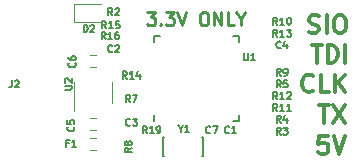
<source format=gto>
G04 #@! TF.GenerationSoftware,KiCad,Pcbnew,5.0.0-rc1-44a33f2~62~ubuntu16.04.1*
G04 #@! TF.CreationDate,2018-03-27T11:25:49+02:00*
G04 #@! TF.ProjectId,ubmp_v1,75626D705F76312E6B696361645F7063,rev?*
G04 #@! TF.SameCoordinates,Original*
G04 #@! TF.FileFunction,Legend,Top*
G04 #@! TF.FilePolarity,Positive*
%FSLAX46Y46*%
G04 Gerber Fmt 4.6, Leading zero omitted, Abs format (unit mm)*
G04 Created by KiCad (PCBNEW 5.0.0-rc1-44a33f2~62~ubuntu16.04.1) date Tue Mar 27 11:25:49 2018*
%MOMM*%
%LPD*%
G01*
G04 APERTURE LIST*
%ADD10C,0.300000*%
%ADD11C,0.250000*%
%ADD12C,0.150000*%
%ADD13C,0.120000*%
%ADD14O,0.410000X0.960000*%
%ADD15O,0.960000X0.410000*%
%ADD16C,0.100000*%
%ADD17C,5.310000*%
%ADD18C,0.735000*%
%ADD19C,1.360000*%
%ADD20O,3.660000X2.160000*%
%ADD21C,0.910000*%
%ADD22C,0.810000*%
%ADD23C,0.830000*%
%ADD24O,0.560000X2.060000*%
%ADD25C,1.760000*%
G04 APERTURE END LIST*
D10*
X112528571Y-101607142D02*
X112742857Y-101678571D01*
X113100000Y-101678571D01*
X113242857Y-101607142D01*
X113314285Y-101535714D01*
X113385714Y-101392857D01*
X113385714Y-101250000D01*
X113314285Y-101107142D01*
X113242857Y-101035714D01*
X113100000Y-100964285D01*
X112814285Y-100892857D01*
X112671428Y-100821428D01*
X112600000Y-100750000D01*
X112528571Y-100607142D01*
X112528571Y-100464285D01*
X112600000Y-100321428D01*
X112671428Y-100250000D01*
X112814285Y-100178571D01*
X113171428Y-100178571D01*
X113385714Y-100250000D01*
X114028571Y-101678571D02*
X114028571Y-100178571D01*
X115028571Y-100178571D02*
X115314285Y-100178571D01*
X115457142Y-100250000D01*
X115600000Y-100392857D01*
X115671428Y-100678571D01*
X115671428Y-101178571D01*
X115600000Y-101464285D01*
X115457142Y-101607142D01*
X115314285Y-101678571D01*
X115028571Y-101678571D01*
X114885714Y-101607142D01*
X114742857Y-101464285D01*
X114671428Y-101178571D01*
X114671428Y-100678571D01*
X114742857Y-100392857D01*
X114885714Y-100250000D01*
X115028571Y-100178571D01*
X112764285Y-102678571D02*
X113621428Y-102678571D01*
X113192857Y-104178571D02*
X113192857Y-102678571D01*
X114121428Y-104178571D02*
X114121428Y-102678571D01*
X114478571Y-102678571D01*
X114692857Y-102750000D01*
X114835714Y-102892857D01*
X114907142Y-103035714D01*
X114978571Y-103321428D01*
X114978571Y-103535714D01*
X114907142Y-103821428D01*
X114835714Y-103964285D01*
X114692857Y-104107142D01*
X114478571Y-104178571D01*
X114121428Y-104178571D01*
X115621428Y-104178571D02*
X115621428Y-102678571D01*
X112907142Y-106535714D02*
X112835714Y-106607142D01*
X112621428Y-106678571D01*
X112478571Y-106678571D01*
X112264285Y-106607142D01*
X112121428Y-106464285D01*
X112050000Y-106321428D01*
X111978571Y-106035714D01*
X111978571Y-105821428D01*
X112050000Y-105535714D01*
X112121428Y-105392857D01*
X112264285Y-105250000D01*
X112478571Y-105178571D01*
X112621428Y-105178571D01*
X112835714Y-105250000D01*
X112907142Y-105321428D01*
X114264285Y-106678571D02*
X113550000Y-106678571D01*
X113550000Y-105178571D01*
X114764285Y-106678571D02*
X114764285Y-105178571D01*
X115621428Y-106678571D02*
X114978571Y-105821428D01*
X115621428Y-105178571D02*
X114764285Y-106035714D01*
X113357142Y-107778571D02*
X114214285Y-107778571D01*
X113785714Y-109278571D02*
X113785714Y-107778571D01*
X114571428Y-107778571D02*
X115571428Y-109278571D01*
X115571428Y-107778571D02*
X114571428Y-109278571D01*
D11*
X98838095Y-99897619D02*
X99519047Y-99897619D01*
X99152380Y-100316666D01*
X99309523Y-100316666D01*
X99414285Y-100369047D01*
X99466666Y-100421428D01*
X99519047Y-100526190D01*
X99519047Y-100788095D01*
X99466666Y-100892857D01*
X99414285Y-100945238D01*
X99309523Y-100997619D01*
X98995238Y-100997619D01*
X98890476Y-100945238D01*
X98838095Y-100892857D01*
X99990476Y-100892857D02*
X100042857Y-100945238D01*
X99990476Y-100997619D01*
X99938095Y-100945238D01*
X99990476Y-100892857D01*
X99990476Y-100997619D01*
X100409523Y-99897619D02*
X101090476Y-99897619D01*
X100723809Y-100316666D01*
X100880952Y-100316666D01*
X100985714Y-100369047D01*
X101038095Y-100421428D01*
X101090476Y-100526190D01*
X101090476Y-100788095D01*
X101038095Y-100892857D01*
X100985714Y-100945238D01*
X100880952Y-100997619D01*
X100566666Y-100997619D01*
X100461904Y-100945238D01*
X100409523Y-100892857D01*
X101404761Y-99897619D02*
X101771428Y-100997619D01*
X102138095Y-99897619D01*
X103552380Y-99897619D02*
X103761904Y-99897619D01*
X103866666Y-99950000D01*
X103971428Y-100054761D01*
X104023809Y-100264285D01*
X104023809Y-100630952D01*
X103971428Y-100840476D01*
X103866666Y-100945238D01*
X103761904Y-100997619D01*
X103552380Y-100997619D01*
X103447619Y-100945238D01*
X103342857Y-100840476D01*
X103290476Y-100630952D01*
X103290476Y-100264285D01*
X103342857Y-100054761D01*
X103447619Y-99950000D01*
X103552380Y-99897619D01*
X104495238Y-100997619D02*
X104495238Y-99897619D01*
X105123809Y-100997619D01*
X105123809Y-99897619D01*
X106171428Y-100997619D02*
X105647619Y-100997619D01*
X105647619Y-99897619D01*
X106747619Y-100473809D02*
X106747619Y-100997619D01*
X106380952Y-99897619D02*
X106747619Y-100473809D01*
X107114285Y-99897619D01*
D10*
X114114285Y-110378571D02*
X113400000Y-110378571D01*
X113328571Y-111092857D01*
X113400000Y-111021428D01*
X113542857Y-110950000D01*
X113900000Y-110950000D01*
X114042857Y-111021428D01*
X114114285Y-111092857D01*
X114185714Y-111235714D01*
X114185714Y-111592857D01*
X114114285Y-111735714D01*
X114042857Y-111807142D01*
X113900000Y-111878571D01*
X113542857Y-111878571D01*
X113400000Y-111807142D01*
X113328571Y-111735714D01*
X114614285Y-110378571D02*
X115114285Y-111878571D01*
X115614285Y-110378571D01*
D12*
X99375000Y-101875000D02*
X99900000Y-101875000D01*
X106625000Y-109125000D02*
X106100000Y-109125000D01*
X106625000Y-101875000D02*
X106100000Y-101875000D01*
X99375000Y-109125000D02*
X99375000Y-108600000D01*
X106625000Y-109125000D02*
X106625000Y-108600000D01*
X106625000Y-101875000D02*
X106625000Y-102400000D01*
X99375000Y-101875000D02*
X99375000Y-102400000D01*
D13*
X94470000Y-110540000D02*
X94030000Y-110540000D01*
X94470000Y-111560000D02*
X94030000Y-111560000D01*
X92640000Y-105800000D02*
X92640000Y-108250000D01*
X95860000Y-107600000D02*
X95860000Y-105800000D01*
X92655000Y-100760000D02*
X94925000Y-100760000D01*
X92655000Y-99240000D02*
X92655000Y-100760000D01*
X94925000Y-99240000D02*
X92655000Y-99240000D01*
X94470000Y-104510000D02*
X94030000Y-104510000D01*
X94470000Y-103490000D02*
X94030000Y-103490000D01*
X94030000Y-108890000D02*
X94470000Y-108890000D01*
X94030000Y-109910000D02*
X94470000Y-109910000D01*
D12*
X103600000Y-112100000D02*
X103500000Y-112100000D01*
X103600000Y-110500000D02*
X103600000Y-112100000D01*
X103500000Y-110500000D02*
X103600000Y-110500000D01*
X100200000Y-112100000D02*
X100300000Y-112100000D01*
X100200000Y-110500000D02*
X100200000Y-112100000D01*
X100300000Y-110500000D02*
X100200000Y-110500000D01*
X107042857Y-103371428D02*
X107042857Y-103857142D01*
X107071428Y-103914285D01*
X107100000Y-103942857D01*
X107157142Y-103971428D01*
X107271428Y-103971428D01*
X107328571Y-103942857D01*
X107357142Y-103914285D01*
X107385714Y-103857142D01*
X107385714Y-103371428D01*
X107985714Y-103971428D02*
X107642857Y-103971428D01*
X107814285Y-103971428D02*
X107814285Y-103371428D01*
X107757142Y-103457142D01*
X107700000Y-103514285D01*
X107642857Y-103542857D01*
X104200000Y-110114285D02*
X104171428Y-110142857D01*
X104085714Y-110171428D01*
X104028571Y-110171428D01*
X103942857Y-110142857D01*
X103885714Y-110085714D01*
X103857142Y-110028571D01*
X103828571Y-109914285D01*
X103828571Y-109828571D01*
X103857142Y-109714285D01*
X103885714Y-109657142D01*
X103942857Y-109600000D01*
X104028571Y-109571428D01*
X104085714Y-109571428D01*
X104171428Y-109600000D01*
X104200000Y-109628571D01*
X104400000Y-109571428D02*
X104800000Y-109571428D01*
X104542857Y-110171428D01*
X98814285Y-110171428D02*
X98614285Y-109885714D01*
X98471428Y-110171428D02*
X98471428Y-109571428D01*
X98700000Y-109571428D01*
X98757142Y-109600000D01*
X98785714Y-109628571D01*
X98814285Y-109685714D01*
X98814285Y-109771428D01*
X98785714Y-109828571D01*
X98757142Y-109857142D01*
X98700000Y-109885714D01*
X98471428Y-109885714D01*
X99385714Y-110171428D02*
X99042857Y-110171428D01*
X99214285Y-110171428D02*
X99214285Y-109571428D01*
X99157142Y-109657142D01*
X99100000Y-109714285D01*
X99042857Y-109742857D01*
X99671428Y-110171428D02*
X99785714Y-110171428D01*
X99842857Y-110142857D01*
X99871428Y-110114285D01*
X99928571Y-110028571D01*
X99957142Y-109914285D01*
X99957142Y-109685714D01*
X99928571Y-109628571D01*
X99900000Y-109600000D01*
X99842857Y-109571428D01*
X99728571Y-109571428D01*
X99671428Y-109600000D01*
X99642857Y-109628571D01*
X99614285Y-109685714D01*
X99614285Y-109828571D01*
X99642857Y-109885714D01*
X99671428Y-109914285D01*
X99728571Y-109942857D01*
X99842857Y-109942857D01*
X99900000Y-109914285D01*
X99928571Y-109885714D01*
X99957142Y-109828571D01*
X87400000Y-105671428D02*
X87400000Y-106100000D01*
X87371428Y-106185714D01*
X87314285Y-106242857D01*
X87228571Y-106271428D01*
X87171428Y-106271428D01*
X87657142Y-105728571D02*
X87685714Y-105700000D01*
X87742857Y-105671428D01*
X87885714Y-105671428D01*
X87942857Y-105700000D01*
X87971428Y-105728571D01*
X88000000Y-105785714D01*
X88000000Y-105842857D01*
X87971428Y-105928571D01*
X87628571Y-106271428D01*
X88000000Y-106271428D01*
X92200000Y-111007142D02*
X92000000Y-111007142D01*
X92000000Y-111321428D02*
X92000000Y-110721428D01*
X92285714Y-110721428D01*
X92828571Y-111321428D02*
X92485714Y-111321428D01*
X92657142Y-111321428D02*
X92657142Y-110721428D01*
X92600000Y-110807142D01*
X92542857Y-110864285D01*
X92485714Y-110892857D01*
X91846428Y-106457142D02*
X92332142Y-106457142D01*
X92389285Y-106428571D01*
X92417857Y-106400000D01*
X92446428Y-106342857D01*
X92446428Y-106228571D01*
X92417857Y-106171428D01*
X92389285Y-106142857D01*
X92332142Y-106114285D01*
X91846428Y-106114285D01*
X91903571Y-105857142D02*
X91875000Y-105828571D01*
X91846428Y-105771428D01*
X91846428Y-105628571D01*
X91875000Y-105571428D01*
X91903571Y-105542857D01*
X91960714Y-105514285D01*
X92017857Y-105514285D01*
X92103571Y-105542857D01*
X92446428Y-105885714D01*
X92446428Y-105514285D01*
X97521428Y-111400000D02*
X97235714Y-111600000D01*
X97521428Y-111742857D02*
X96921428Y-111742857D01*
X96921428Y-111514285D01*
X96950000Y-111457142D01*
X96978571Y-111428571D01*
X97035714Y-111400000D01*
X97121428Y-111400000D01*
X97178571Y-111428571D01*
X97207142Y-111457142D01*
X97235714Y-111514285D01*
X97235714Y-111742857D01*
X97178571Y-111057142D02*
X97150000Y-111114285D01*
X97121428Y-111142857D01*
X97064285Y-111171428D01*
X97035714Y-111171428D01*
X96978571Y-111142857D01*
X96950000Y-111114285D01*
X96921428Y-111057142D01*
X96921428Y-110942857D01*
X96950000Y-110885714D01*
X96978571Y-110857142D01*
X97035714Y-110828571D01*
X97064285Y-110828571D01*
X97121428Y-110857142D01*
X97150000Y-110885714D01*
X97178571Y-110942857D01*
X97178571Y-111057142D01*
X97207142Y-111114285D01*
X97235714Y-111142857D01*
X97292857Y-111171428D01*
X97407142Y-111171428D01*
X97464285Y-111142857D01*
X97492857Y-111114285D01*
X97521428Y-111057142D01*
X97521428Y-110942857D01*
X97492857Y-110885714D01*
X97464285Y-110857142D01*
X97407142Y-110828571D01*
X97292857Y-110828571D01*
X97235714Y-110857142D01*
X97207142Y-110885714D01*
X97178571Y-110942857D01*
X95900000Y-100171428D02*
X95700000Y-99885714D01*
X95557142Y-100171428D02*
X95557142Y-99571428D01*
X95785714Y-99571428D01*
X95842857Y-99600000D01*
X95871428Y-99628571D01*
X95900000Y-99685714D01*
X95900000Y-99771428D01*
X95871428Y-99828571D01*
X95842857Y-99857142D01*
X95785714Y-99885714D01*
X95557142Y-99885714D01*
X96128571Y-99628571D02*
X96157142Y-99600000D01*
X96214285Y-99571428D01*
X96357142Y-99571428D01*
X96414285Y-99600000D01*
X96442857Y-99628571D01*
X96471428Y-99685714D01*
X96471428Y-99742857D01*
X96442857Y-99828571D01*
X96100000Y-100171428D01*
X96471428Y-100171428D01*
X110150000Y-110271428D02*
X109950000Y-109985714D01*
X109807142Y-110271428D02*
X109807142Y-109671428D01*
X110035714Y-109671428D01*
X110092857Y-109700000D01*
X110121428Y-109728571D01*
X110150000Y-109785714D01*
X110150000Y-109871428D01*
X110121428Y-109928571D01*
X110092857Y-109957142D01*
X110035714Y-109985714D01*
X109807142Y-109985714D01*
X110350000Y-109671428D02*
X110721428Y-109671428D01*
X110521428Y-109900000D01*
X110607142Y-109900000D01*
X110664285Y-109928571D01*
X110692857Y-109957142D01*
X110721428Y-110014285D01*
X110721428Y-110157142D01*
X110692857Y-110214285D01*
X110664285Y-110242857D01*
X110607142Y-110271428D01*
X110435714Y-110271428D01*
X110378571Y-110242857D01*
X110350000Y-110214285D01*
X110150000Y-109271428D02*
X109950000Y-108985714D01*
X109807142Y-109271428D02*
X109807142Y-108671428D01*
X110035714Y-108671428D01*
X110092857Y-108700000D01*
X110121428Y-108728571D01*
X110150000Y-108785714D01*
X110150000Y-108871428D01*
X110121428Y-108928571D01*
X110092857Y-108957142D01*
X110035714Y-108985714D01*
X109807142Y-108985714D01*
X110664285Y-108871428D02*
X110664285Y-109271428D01*
X110521428Y-108642857D02*
X110378571Y-109071428D01*
X110750000Y-109071428D01*
X110150000Y-106271428D02*
X109950000Y-105985714D01*
X109807142Y-106271428D02*
X109807142Y-105671428D01*
X110035714Y-105671428D01*
X110092857Y-105700000D01*
X110121428Y-105728571D01*
X110150000Y-105785714D01*
X110150000Y-105871428D01*
X110121428Y-105928571D01*
X110092857Y-105957142D01*
X110035714Y-105985714D01*
X109807142Y-105985714D01*
X110692857Y-105671428D02*
X110407142Y-105671428D01*
X110378571Y-105957142D01*
X110407142Y-105928571D01*
X110464285Y-105900000D01*
X110607142Y-105900000D01*
X110664285Y-105928571D01*
X110692857Y-105957142D01*
X110721428Y-106014285D01*
X110721428Y-106157142D01*
X110692857Y-106214285D01*
X110664285Y-106242857D01*
X110607142Y-106271428D01*
X110464285Y-106271428D01*
X110407142Y-106242857D01*
X110378571Y-106214285D01*
X110150000Y-105271428D02*
X109950000Y-104985714D01*
X109807142Y-105271428D02*
X109807142Y-104671428D01*
X110035714Y-104671428D01*
X110092857Y-104700000D01*
X110121428Y-104728571D01*
X110150000Y-104785714D01*
X110150000Y-104871428D01*
X110121428Y-104928571D01*
X110092857Y-104957142D01*
X110035714Y-104985714D01*
X109807142Y-104985714D01*
X110435714Y-105271428D02*
X110550000Y-105271428D01*
X110607142Y-105242857D01*
X110635714Y-105214285D01*
X110692857Y-105128571D01*
X110721428Y-105014285D01*
X110721428Y-104785714D01*
X110692857Y-104728571D01*
X110664285Y-104700000D01*
X110607142Y-104671428D01*
X110492857Y-104671428D01*
X110435714Y-104700000D01*
X110407142Y-104728571D01*
X110378571Y-104785714D01*
X110378571Y-104928571D01*
X110407142Y-104985714D01*
X110435714Y-105014285D01*
X110492857Y-105042857D01*
X110607142Y-105042857D01*
X110664285Y-105014285D01*
X110692857Y-104985714D01*
X110721428Y-104928571D01*
X109864285Y-108271428D02*
X109664285Y-107985714D01*
X109521428Y-108271428D02*
X109521428Y-107671428D01*
X109750000Y-107671428D01*
X109807142Y-107700000D01*
X109835714Y-107728571D01*
X109864285Y-107785714D01*
X109864285Y-107871428D01*
X109835714Y-107928571D01*
X109807142Y-107957142D01*
X109750000Y-107985714D01*
X109521428Y-107985714D01*
X110435714Y-108271428D02*
X110092857Y-108271428D01*
X110264285Y-108271428D02*
X110264285Y-107671428D01*
X110207142Y-107757142D01*
X110150000Y-107814285D01*
X110092857Y-107842857D01*
X111007142Y-108271428D02*
X110664285Y-108271428D01*
X110835714Y-108271428D02*
X110835714Y-107671428D01*
X110778571Y-107757142D01*
X110721428Y-107814285D01*
X110664285Y-107842857D01*
X109864285Y-107271428D02*
X109664285Y-106985714D01*
X109521428Y-107271428D02*
X109521428Y-106671428D01*
X109750000Y-106671428D01*
X109807142Y-106700000D01*
X109835714Y-106728571D01*
X109864285Y-106785714D01*
X109864285Y-106871428D01*
X109835714Y-106928571D01*
X109807142Y-106957142D01*
X109750000Y-106985714D01*
X109521428Y-106985714D01*
X110435714Y-107271428D02*
X110092857Y-107271428D01*
X110264285Y-107271428D02*
X110264285Y-106671428D01*
X110207142Y-106757142D01*
X110150000Y-106814285D01*
X110092857Y-106842857D01*
X110664285Y-106728571D02*
X110692857Y-106700000D01*
X110750000Y-106671428D01*
X110892857Y-106671428D01*
X110950000Y-106700000D01*
X110978571Y-106728571D01*
X111007142Y-106785714D01*
X111007142Y-106842857D01*
X110978571Y-106928571D01*
X110635714Y-107271428D01*
X111007142Y-107271428D01*
X109864285Y-101971428D02*
X109664285Y-101685714D01*
X109521428Y-101971428D02*
X109521428Y-101371428D01*
X109750000Y-101371428D01*
X109807142Y-101400000D01*
X109835714Y-101428571D01*
X109864285Y-101485714D01*
X109864285Y-101571428D01*
X109835714Y-101628571D01*
X109807142Y-101657142D01*
X109750000Y-101685714D01*
X109521428Y-101685714D01*
X110435714Y-101971428D02*
X110092857Y-101971428D01*
X110264285Y-101971428D02*
X110264285Y-101371428D01*
X110207142Y-101457142D01*
X110150000Y-101514285D01*
X110092857Y-101542857D01*
X110635714Y-101371428D02*
X111007142Y-101371428D01*
X110807142Y-101600000D01*
X110892857Y-101600000D01*
X110950000Y-101628571D01*
X110978571Y-101657142D01*
X111007142Y-101714285D01*
X111007142Y-101857142D01*
X110978571Y-101914285D01*
X110950000Y-101942857D01*
X110892857Y-101971428D01*
X110721428Y-101971428D01*
X110664285Y-101942857D01*
X110635714Y-101914285D01*
X97114285Y-105521428D02*
X96914285Y-105235714D01*
X96771428Y-105521428D02*
X96771428Y-104921428D01*
X97000000Y-104921428D01*
X97057142Y-104950000D01*
X97085714Y-104978571D01*
X97114285Y-105035714D01*
X97114285Y-105121428D01*
X97085714Y-105178571D01*
X97057142Y-105207142D01*
X97000000Y-105235714D01*
X96771428Y-105235714D01*
X97685714Y-105521428D02*
X97342857Y-105521428D01*
X97514285Y-105521428D02*
X97514285Y-104921428D01*
X97457142Y-105007142D01*
X97400000Y-105064285D01*
X97342857Y-105092857D01*
X98200000Y-105121428D02*
X98200000Y-105521428D01*
X98057142Y-104892857D02*
X97914285Y-105321428D01*
X98285714Y-105321428D01*
X97400000Y-107521428D02*
X97200000Y-107235714D01*
X97057142Y-107521428D02*
X97057142Y-106921428D01*
X97285714Y-106921428D01*
X97342857Y-106950000D01*
X97371428Y-106978571D01*
X97400000Y-107035714D01*
X97400000Y-107121428D01*
X97371428Y-107178571D01*
X97342857Y-107207142D01*
X97285714Y-107235714D01*
X97057142Y-107235714D01*
X97600000Y-106921428D02*
X98000000Y-106921428D01*
X97742857Y-107521428D01*
X95364285Y-101271428D02*
X95164285Y-100985714D01*
X95021428Y-101271428D02*
X95021428Y-100671428D01*
X95250000Y-100671428D01*
X95307142Y-100700000D01*
X95335714Y-100728571D01*
X95364285Y-100785714D01*
X95364285Y-100871428D01*
X95335714Y-100928571D01*
X95307142Y-100957142D01*
X95250000Y-100985714D01*
X95021428Y-100985714D01*
X95935714Y-101271428D02*
X95592857Y-101271428D01*
X95764285Y-101271428D02*
X95764285Y-100671428D01*
X95707142Y-100757142D01*
X95650000Y-100814285D01*
X95592857Y-100842857D01*
X96478571Y-100671428D02*
X96192857Y-100671428D01*
X96164285Y-100957142D01*
X96192857Y-100928571D01*
X96250000Y-100900000D01*
X96392857Y-100900000D01*
X96450000Y-100928571D01*
X96478571Y-100957142D01*
X96507142Y-101014285D01*
X96507142Y-101157142D01*
X96478571Y-101214285D01*
X96450000Y-101242857D01*
X96392857Y-101271428D01*
X96250000Y-101271428D01*
X96192857Y-101242857D01*
X96164285Y-101214285D01*
X95314285Y-102171428D02*
X95114285Y-101885714D01*
X94971428Y-102171428D02*
X94971428Y-101571428D01*
X95200000Y-101571428D01*
X95257142Y-101600000D01*
X95285714Y-101628571D01*
X95314285Y-101685714D01*
X95314285Y-101771428D01*
X95285714Y-101828571D01*
X95257142Y-101857142D01*
X95200000Y-101885714D01*
X94971428Y-101885714D01*
X95885714Y-102171428D02*
X95542857Y-102171428D01*
X95714285Y-102171428D02*
X95714285Y-101571428D01*
X95657142Y-101657142D01*
X95600000Y-101714285D01*
X95542857Y-101742857D01*
X96400000Y-101571428D02*
X96285714Y-101571428D01*
X96228571Y-101600000D01*
X96200000Y-101628571D01*
X96142857Y-101714285D01*
X96114285Y-101828571D01*
X96114285Y-102057142D01*
X96142857Y-102114285D01*
X96171428Y-102142857D01*
X96228571Y-102171428D01*
X96342857Y-102171428D01*
X96400000Y-102142857D01*
X96428571Y-102114285D01*
X96457142Y-102057142D01*
X96457142Y-101914285D01*
X96428571Y-101857142D01*
X96400000Y-101828571D01*
X96342857Y-101800000D01*
X96228571Y-101800000D01*
X96171428Y-101828571D01*
X96142857Y-101857142D01*
X96114285Y-101914285D01*
X109864285Y-100971428D02*
X109664285Y-100685714D01*
X109521428Y-100971428D02*
X109521428Y-100371428D01*
X109750000Y-100371428D01*
X109807142Y-100400000D01*
X109835714Y-100428571D01*
X109864285Y-100485714D01*
X109864285Y-100571428D01*
X109835714Y-100628571D01*
X109807142Y-100657142D01*
X109750000Y-100685714D01*
X109521428Y-100685714D01*
X110435714Y-100971428D02*
X110092857Y-100971428D01*
X110264285Y-100971428D02*
X110264285Y-100371428D01*
X110207142Y-100457142D01*
X110150000Y-100514285D01*
X110092857Y-100542857D01*
X110807142Y-100371428D02*
X110864285Y-100371428D01*
X110921428Y-100400000D01*
X110950000Y-100428571D01*
X110978571Y-100485714D01*
X111007142Y-100600000D01*
X111007142Y-100742857D01*
X110978571Y-100857142D01*
X110950000Y-100914285D01*
X110921428Y-100942857D01*
X110864285Y-100971428D01*
X110807142Y-100971428D01*
X110750000Y-100942857D01*
X110721428Y-100914285D01*
X110692857Y-100857142D01*
X110664285Y-100742857D01*
X110664285Y-100600000D01*
X110692857Y-100485714D01*
X110721428Y-100428571D01*
X110750000Y-100400000D01*
X110807142Y-100371428D01*
X93457142Y-101571428D02*
X93457142Y-100971428D01*
X93600000Y-100971428D01*
X93685714Y-101000000D01*
X93742857Y-101057142D01*
X93771428Y-101114285D01*
X93800000Y-101228571D01*
X93800000Y-101314285D01*
X93771428Y-101428571D01*
X93742857Y-101485714D01*
X93685714Y-101542857D01*
X93600000Y-101571428D01*
X93457142Y-101571428D01*
X94028571Y-101028571D02*
X94057142Y-101000000D01*
X94114285Y-100971428D01*
X94257142Y-100971428D01*
X94314285Y-101000000D01*
X94342857Y-101028571D01*
X94371428Y-101085714D01*
X94371428Y-101142857D01*
X94342857Y-101228571D01*
X94000000Y-101571428D01*
X94371428Y-101571428D01*
X92714285Y-104200000D02*
X92742857Y-104228571D01*
X92771428Y-104314285D01*
X92771428Y-104371428D01*
X92742857Y-104457142D01*
X92685714Y-104514285D01*
X92628571Y-104542857D01*
X92514285Y-104571428D01*
X92428571Y-104571428D01*
X92314285Y-104542857D01*
X92257142Y-104514285D01*
X92200000Y-104457142D01*
X92171428Y-104371428D01*
X92171428Y-104314285D01*
X92200000Y-104228571D01*
X92228571Y-104200000D01*
X92171428Y-103685714D02*
X92171428Y-103800000D01*
X92200000Y-103857142D01*
X92228571Y-103885714D01*
X92314285Y-103942857D01*
X92428571Y-103971428D01*
X92657142Y-103971428D01*
X92714285Y-103942857D01*
X92742857Y-103914285D01*
X92771428Y-103857142D01*
X92771428Y-103742857D01*
X92742857Y-103685714D01*
X92714285Y-103657142D01*
X92657142Y-103628571D01*
X92514285Y-103628571D01*
X92457142Y-103657142D01*
X92428571Y-103685714D01*
X92400000Y-103742857D01*
X92400000Y-103857142D01*
X92428571Y-103914285D01*
X92457142Y-103942857D01*
X92514285Y-103971428D01*
X92614285Y-109600000D02*
X92642857Y-109628571D01*
X92671428Y-109714285D01*
X92671428Y-109771428D01*
X92642857Y-109857142D01*
X92585714Y-109914285D01*
X92528571Y-109942857D01*
X92414285Y-109971428D01*
X92328571Y-109971428D01*
X92214285Y-109942857D01*
X92157142Y-109914285D01*
X92100000Y-109857142D01*
X92071428Y-109771428D01*
X92071428Y-109714285D01*
X92100000Y-109628571D01*
X92128571Y-109600000D01*
X92071428Y-109057142D02*
X92071428Y-109342857D01*
X92357142Y-109371428D01*
X92328571Y-109342857D01*
X92300000Y-109285714D01*
X92300000Y-109142857D01*
X92328571Y-109085714D01*
X92357142Y-109057142D01*
X92414285Y-109028571D01*
X92557142Y-109028571D01*
X92614285Y-109057142D01*
X92642857Y-109085714D01*
X92671428Y-109142857D01*
X92671428Y-109285714D01*
X92642857Y-109342857D01*
X92614285Y-109371428D01*
X105800000Y-110114285D02*
X105771428Y-110142857D01*
X105685714Y-110171428D01*
X105628571Y-110171428D01*
X105542857Y-110142857D01*
X105485714Y-110085714D01*
X105457142Y-110028571D01*
X105428571Y-109914285D01*
X105428571Y-109828571D01*
X105457142Y-109714285D01*
X105485714Y-109657142D01*
X105542857Y-109600000D01*
X105628571Y-109571428D01*
X105685714Y-109571428D01*
X105771428Y-109600000D01*
X105800000Y-109628571D01*
X106371428Y-110171428D02*
X106028571Y-110171428D01*
X106200000Y-110171428D02*
X106200000Y-109571428D01*
X106142857Y-109657142D01*
X106085714Y-109714285D01*
X106028571Y-109742857D01*
X110150000Y-102914285D02*
X110121428Y-102942857D01*
X110035714Y-102971428D01*
X109978571Y-102971428D01*
X109892857Y-102942857D01*
X109835714Y-102885714D01*
X109807142Y-102828571D01*
X109778571Y-102714285D01*
X109778571Y-102628571D01*
X109807142Y-102514285D01*
X109835714Y-102457142D01*
X109892857Y-102400000D01*
X109978571Y-102371428D01*
X110035714Y-102371428D01*
X110121428Y-102400000D01*
X110150000Y-102428571D01*
X110664285Y-102571428D02*
X110664285Y-102971428D01*
X110521428Y-102342857D02*
X110378571Y-102771428D01*
X110750000Y-102771428D01*
X97400000Y-109464285D02*
X97371428Y-109492857D01*
X97285714Y-109521428D01*
X97228571Y-109521428D01*
X97142857Y-109492857D01*
X97085714Y-109435714D01*
X97057142Y-109378571D01*
X97028571Y-109264285D01*
X97028571Y-109178571D01*
X97057142Y-109064285D01*
X97085714Y-109007142D01*
X97142857Y-108950000D01*
X97228571Y-108921428D01*
X97285714Y-108921428D01*
X97371428Y-108950000D01*
X97400000Y-108978571D01*
X97600000Y-108921428D02*
X97971428Y-108921428D01*
X97771428Y-109150000D01*
X97857142Y-109150000D01*
X97914285Y-109178571D01*
X97942857Y-109207142D01*
X97971428Y-109264285D01*
X97971428Y-109407142D01*
X97942857Y-109464285D01*
X97914285Y-109492857D01*
X97857142Y-109521428D01*
X97685714Y-109521428D01*
X97628571Y-109492857D01*
X97600000Y-109464285D01*
X95900000Y-103214285D02*
X95871428Y-103242857D01*
X95785714Y-103271428D01*
X95728571Y-103271428D01*
X95642857Y-103242857D01*
X95585714Y-103185714D01*
X95557142Y-103128571D01*
X95528571Y-103014285D01*
X95528571Y-102928571D01*
X95557142Y-102814285D01*
X95585714Y-102757142D01*
X95642857Y-102700000D01*
X95728571Y-102671428D01*
X95785714Y-102671428D01*
X95871428Y-102700000D01*
X95900000Y-102728571D01*
X96128571Y-102728571D02*
X96157142Y-102700000D01*
X96214285Y-102671428D01*
X96357142Y-102671428D01*
X96414285Y-102700000D01*
X96442857Y-102728571D01*
X96471428Y-102785714D01*
X96471428Y-102842857D01*
X96442857Y-102928571D01*
X96100000Y-103271428D01*
X96471428Y-103271428D01*
X101664285Y-109785714D02*
X101664285Y-110071428D01*
X101464285Y-109471428D02*
X101664285Y-109785714D01*
X101864285Y-109471428D01*
X102378571Y-110071428D02*
X102035714Y-110071428D01*
X102207142Y-110071428D02*
X102207142Y-109471428D01*
X102150000Y-109557142D01*
X102092857Y-109614285D01*
X102035714Y-109642857D01*
%LPC*%
D14*
X100250000Y-108950000D03*
X100750000Y-108950000D03*
X101250000Y-108950000D03*
X101750000Y-108950000D03*
X102250000Y-108950000D03*
X102750000Y-108950000D03*
X103250000Y-108950000D03*
X103750000Y-108950000D03*
X104250000Y-108950000D03*
X104750000Y-108950000D03*
X105250000Y-108950000D03*
X105750000Y-108950000D03*
D15*
X106450000Y-108250000D03*
X106450000Y-107750000D03*
X106450000Y-107250000D03*
X106450000Y-106750000D03*
X106450000Y-106250000D03*
X106450000Y-105750000D03*
X106450000Y-105250000D03*
X106450000Y-104750000D03*
X106450000Y-104250000D03*
X106450000Y-103750000D03*
X106450000Y-103250000D03*
X106450000Y-102750000D03*
D14*
X105750000Y-102050000D03*
X105250000Y-102050000D03*
X104750000Y-102050000D03*
X104250000Y-102050000D03*
X103750000Y-102050000D03*
X103250000Y-102050000D03*
X102750000Y-102050000D03*
X102250000Y-102050000D03*
X101750000Y-102050000D03*
X101250000Y-102050000D03*
X100750000Y-102050000D03*
X100250000Y-102050000D03*
D15*
X99550000Y-102750000D03*
X99550000Y-103250000D03*
X99550000Y-103750000D03*
X99550000Y-104250000D03*
X99550000Y-104750000D03*
X99550000Y-105250000D03*
X99550000Y-105750000D03*
X99550000Y-106250000D03*
X99550000Y-106750000D03*
X99550000Y-107250000D03*
X99550000Y-107750000D03*
X99550000Y-108250000D03*
D16*
G36*
X105176047Y-102847557D02*
X105227593Y-102855203D01*
X105278141Y-102867865D01*
X105327205Y-102885420D01*
X105374312Y-102907700D01*
X105419008Y-102934490D01*
X105460863Y-102965531D01*
X105499474Y-103000526D01*
X105534469Y-103039137D01*
X105565510Y-103080992D01*
X105592300Y-103125688D01*
X105614580Y-103172795D01*
X105632135Y-103221859D01*
X105644797Y-103272407D01*
X105652443Y-103323953D01*
X105655000Y-103376000D01*
X105655000Y-107624000D01*
X105652443Y-107676047D01*
X105644797Y-107727593D01*
X105632135Y-107778141D01*
X105614580Y-107827205D01*
X105592300Y-107874312D01*
X105565510Y-107919008D01*
X105534469Y-107960863D01*
X105499474Y-107999474D01*
X105460863Y-108034469D01*
X105419008Y-108065510D01*
X105374312Y-108092300D01*
X105327205Y-108114580D01*
X105278141Y-108132135D01*
X105227593Y-108144797D01*
X105176047Y-108152443D01*
X105124000Y-108155000D01*
X100876000Y-108155000D01*
X100823953Y-108152443D01*
X100772407Y-108144797D01*
X100721859Y-108132135D01*
X100672795Y-108114580D01*
X100625688Y-108092300D01*
X100580992Y-108065510D01*
X100539137Y-108034469D01*
X100500526Y-107999474D01*
X100465531Y-107960863D01*
X100434490Y-107919008D01*
X100407700Y-107874312D01*
X100385420Y-107827205D01*
X100367865Y-107778141D01*
X100355203Y-107727593D01*
X100347557Y-107676047D01*
X100345000Y-107624000D01*
X100345000Y-103376000D01*
X100347557Y-103323953D01*
X100355203Y-103272407D01*
X100367865Y-103221859D01*
X100385420Y-103172795D01*
X100407700Y-103125688D01*
X100434490Y-103080992D01*
X100465531Y-103039137D01*
X100500526Y-103000526D01*
X100539137Y-102965531D01*
X100580992Y-102934490D01*
X100625688Y-102907700D01*
X100672795Y-102885420D01*
X100721859Y-102867865D01*
X100772407Y-102855203D01*
X100823953Y-102847557D01*
X100876000Y-102845000D01*
X105124000Y-102845000D01*
X105176047Y-102847557D01*
X105176047Y-102847557D01*
G37*
D17*
X103000000Y-105500000D03*
D16*
G36*
X104539261Y-110483385D02*
X104557098Y-110486031D01*
X104574590Y-110490412D01*
X104591568Y-110496487D01*
X104607869Y-110504197D01*
X104623336Y-110513467D01*
X104637820Y-110524209D01*
X104651181Y-110536319D01*
X104663291Y-110549680D01*
X104674033Y-110564164D01*
X104683303Y-110579631D01*
X104691013Y-110595932D01*
X104697088Y-110612910D01*
X104701469Y-110630402D01*
X104704115Y-110648239D01*
X104705000Y-110666250D01*
X104705000Y-111033750D01*
X104704115Y-111051761D01*
X104701469Y-111069598D01*
X104697088Y-111087090D01*
X104691013Y-111104068D01*
X104683303Y-111120369D01*
X104674033Y-111135836D01*
X104663291Y-111150320D01*
X104651181Y-111163681D01*
X104637820Y-111175791D01*
X104623336Y-111186533D01*
X104607869Y-111195803D01*
X104591568Y-111203513D01*
X104574590Y-111209588D01*
X104557098Y-111213969D01*
X104539261Y-111216615D01*
X104521250Y-111217500D01*
X104078750Y-111217500D01*
X104060739Y-111216615D01*
X104042902Y-111213969D01*
X104025410Y-111209588D01*
X104008432Y-111203513D01*
X103992131Y-111195803D01*
X103976664Y-111186533D01*
X103962180Y-111175791D01*
X103948819Y-111163681D01*
X103936709Y-111150320D01*
X103925967Y-111135836D01*
X103916697Y-111120369D01*
X103908987Y-111104068D01*
X103902912Y-111087090D01*
X103898531Y-111069598D01*
X103895885Y-111051761D01*
X103895000Y-111033750D01*
X103895000Y-110666250D01*
X103895885Y-110648239D01*
X103898531Y-110630402D01*
X103902912Y-110612910D01*
X103908987Y-110595932D01*
X103916697Y-110579631D01*
X103925967Y-110564164D01*
X103936709Y-110549680D01*
X103948819Y-110536319D01*
X103962180Y-110524209D01*
X103976664Y-110513467D01*
X103992131Y-110504197D01*
X104008432Y-110496487D01*
X104025410Y-110490412D01*
X104042902Y-110486031D01*
X104060739Y-110483385D01*
X104078750Y-110482500D01*
X104521250Y-110482500D01*
X104539261Y-110483385D01*
X104539261Y-110483385D01*
G37*
D18*
X104300000Y-110850000D03*
D16*
G36*
X104539261Y-111383385D02*
X104557098Y-111386031D01*
X104574590Y-111390412D01*
X104591568Y-111396487D01*
X104607869Y-111404197D01*
X104623336Y-111413467D01*
X104637820Y-111424209D01*
X104651181Y-111436319D01*
X104663291Y-111449680D01*
X104674033Y-111464164D01*
X104683303Y-111479631D01*
X104691013Y-111495932D01*
X104697088Y-111512910D01*
X104701469Y-111530402D01*
X104704115Y-111548239D01*
X104705000Y-111566250D01*
X104705000Y-111933750D01*
X104704115Y-111951761D01*
X104701469Y-111969598D01*
X104697088Y-111987090D01*
X104691013Y-112004068D01*
X104683303Y-112020369D01*
X104674033Y-112035836D01*
X104663291Y-112050320D01*
X104651181Y-112063681D01*
X104637820Y-112075791D01*
X104623336Y-112086533D01*
X104607869Y-112095803D01*
X104591568Y-112103513D01*
X104574590Y-112109588D01*
X104557098Y-112113969D01*
X104539261Y-112116615D01*
X104521250Y-112117500D01*
X104078750Y-112117500D01*
X104060739Y-112116615D01*
X104042902Y-112113969D01*
X104025410Y-112109588D01*
X104008432Y-112103513D01*
X103992131Y-112095803D01*
X103976664Y-112086533D01*
X103962180Y-112075791D01*
X103948819Y-112063681D01*
X103936709Y-112050320D01*
X103925967Y-112035836D01*
X103916697Y-112020369D01*
X103908987Y-112004068D01*
X103902912Y-111987090D01*
X103898531Y-111969598D01*
X103895885Y-111951761D01*
X103895000Y-111933750D01*
X103895000Y-111566250D01*
X103895885Y-111548239D01*
X103898531Y-111530402D01*
X103902912Y-111512910D01*
X103908987Y-111495932D01*
X103916697Y-111479631D01*
X103925967Y-111464164D01*
X103936709Y-111449680D01*
X103948819Y-111436319D01*
X103962180Y-111424209D01*
X103976664Y-111413467D01*
X103992131Y-111404197D01*
X104008432Y-111396487D01*
X104025410Y-111390412D01*
X104042902Y-111386031D01*
X104060739Y-111383385D01*
X104078750Y-111382500D01*
X104521250Y-111382500D01*
X104539261Y-111383385D01*
X104539261Y-111383385D01*
G37*
D18*
X104300000Y-111750000D03*
D16*
G36*
X99439261Y-111333385D02*
X99457098Y-111336031D01*
X99474590Y-111340412D01*
X99491568Y-111346487D01*
X99507869Y-111354197D01*
X99523336Y-111363467D01*
X99537820Y-111374209D01*
X99551181Y-111386319D01*
X99563291Y-111399680D01*
X99574033Y-111414164D01*
X99583303Y-111429631D01*
X99591013Y-111445932D01*
X99597088Y-111462910D01*
X99601469Y-111480402D01*
X99604115Y-111498239D01*
X99605000Y-111516250D01*
X99605000Y-111883750D01*
X99604115Y-111901761D01*
X99601469Y-111919598D01*
X99597088Y-111937090D01*
X99591013Y-111954068D01*
X99583303Y-111970369D01*
X99574033Y-111985836D01*
X99563291Y-112000320D01*
X99551181Y-112013681D01*
X99537820Y-112025791D01*
X99523336Y-112036533D01*
X99507869Y-112045803D01*
X99491568Y-112053513D01*
X99474590Y-112059588D01*
X99457098Y-112063969D01*
X99439261Y-112066615D01*
X99421250Y-112067500D01*
X98978750Y-112067500D01*
X98960739Y-112066615D01*
X98942902Y-112063969D01*
X98925410Y-112059588D01*
X98908432Y-112053513D01*
X98892131Y-112045803D01*
X98876664Y-112036533D01*
X98862180Y-112025791D01*
X98848819Y-112013681D01*
X98836709Y-112000320D01*
X98825967Y-111985836D01*
X98816697Y-111970369D01*
X98808987Y-111954068D01*
X98802912Y-111937090D01*
X98798531Y-111919598D01*
X98795885Y-111901761D01*
X98795000Y-111883750D01*
X98795000Y-111516250D01*
X98795885Y-111498239D01*
X98798531Y-111480402D01*
X98802912Y-111462910D01*
X98808987Y-111445932D01*
X98816697Y-111429631D01*
X98825967Y-111414164D01*
X98836709Y-111399680D01*
X98848819Y-111386319D01*
X98862180Y-111374209D01*
X98876664Y-111363467D01*
X98892131Y-111354197D01*
X98908432Y-111346487D01*
X98925410Y-111340412D01*
X98942902Y-111336031D01*
X98960739Y-111333385D01*
X98978750Y-111332500D01*
X99421250Y-111332500D01*
X99439261Y-111333385D01*
X99439261Y-111333385D01*
G37*
D18*
X99200000Y-111700000D03*
D16*
G36*
X99439261Y-110433385D02*
X99457098Y-110436031D01*
X99474590Y-110440412D01*
X99491568Y-110446487D01*
X99507869Y-110454197D01*
X99523336Y-110463467D01*
X99537820Y-110474209D01*
X99551181Y-110486319D01*
X99563291Y-110499680D01*
X99574033Y-110514164D01*
X99583303Y-110529631D01*
X99591013Y-110545932D01*
X99597088Y-110562910D01*
X99601469Y-110580402D01*
X99604115Y-110598239D01*
X99605000Y-110616250D01*
X99605000Y-110983750D01*
X99604115Y-111001761D01*
X99601469Y-111019598D01*
X99597088Y-111037090D01*
X99591013Y-111054068D01*
X99583303Y-111070369D01*
X99574033Y-111085836D01*
X99563291Y-111100320D01*
X99551181Y-111113681D01*
X99537820Y-111125791D01*
X99523336Y-111136533D01*
X99507869Y-111145803D01*
X99491568Y-111153513D01*
X99474590Y-111159588D01*
X99457098Y-111163969D01*
X99439261Y-111166615D01*
X99421250Y-111167500D01*
X98978750Y-111167500D01*
X98960739Y-111166615D01*
X98942902Y-111163969D01*
X98925410Y-111159588D01*
X98908432Y-111153513D01*
X98892131Y-111145803D01*
X98876664Y-111136533D01*
X98862180Y-111125791D01*
X98848819Y-111113681D01*
X98836709Y-111100320D01*
X98825967Y-111085836D01*
X98816697Y-111070369D01*
X98808987Y-111054068D01*
X98802912Y-111037090D01*
X98798531Y-111019598D01*
X98795885Y-111001761D01*
X98795000Y-110983750D01*
X98795000Y-110616250D01*
X98795885Y-110598239D01*
X98798531Y-110580402D01*
X98802912Y-110562910D01*
X98808987Y-110545932D01*
X98816697Y-110529631D01*
X98825967Y-110514164D01*
X98836709Y-110499680D01*
X98848819Y-110486319D01*
X98862180Y-110474209D01*
X98876664Y-110463467D01*
X98892131Y-110454197D01*
X98908432Y-110446487D01*
X98925410Y-110440412D01*
X98942902Y-110436031D01*
X98960739Y-110433385D01*
X98978750Y-110432500D01*
X99421250Y-110432500D01*
X99439261Y-110433385D01*
X99439261Y-110433385D01*
G37*
D18*
X99200000Y-110800000D03*
D19*
X87600000Y-103700000D03*
X87600000Y-108300000D03*
D16*
G36*
X91473326Y-108881637D02*
X91506331Y-108886533D01*
X91538697Y-108894640D01*
X91570112Y-108905881D01*
X91600275Y-108920147D01*
X91628894Y-108937300D01*
X91655694Y-108957176D01*
X91680416Y-108979584D01*
X91702824Y-109004306D01*
X91722700Y-109031106D01*
X91739853Y-109059725D01*
X91754119Y-109089888D01*
X91765360Y-109121303D01*
X91773467Y-109153669D01*
X91778363Y-109186674D01*
X91780000Y-109220000D01*
X91780000Y-109900000D01*
X91778363Y-109933326D01*
X91773467Y-109966331D01*
X91765360Y-109998697D01*
X91754119Y-110030112D01*
X91739853Y-110060275D01*
X91722700Y-110088894D01*
X91702824Y-110115694D01*
X91680416Y-110140416D01*
X91655694Y-110162824D01*
X91628894Y-110182700D01*
X91600275Y-110199853D01*
X91570112Y-110214119D01*
X91538697Y-110225360D01*
X91506331Y-110233467D01*
X91473326Y-110238363D01*
X91440000Y-110240000D01*
X89460000Y-110240000D01*
X89426674Y-110238363D01*
X89393669Y-110233467D01*
X89361303Y-110225360D01*
X89329888Y-110214119D01*
X89299725Y-110199853D01*
X89271106Y-110182700D01*
X89244306Y-110162824D01*
X89219584Y-110140416D01*
X89197176Y-110115694D01*
X89177300Y-110088894D01*
X89160147Y-110060275D01*
X89145881Y-110030112D01*
X89134640Y-109998697D01*
X89126533Y-109966331D01*
X89121637Y-109933326D01*
X89120000Y-109900000D01*
X89120000Y-109220000D01*
X89121637Y-109186674D01*
X89126533Y-109153669D01*
X89134640Y-109121303D01*
X89145881Y-109089888D01*
X89160147Y-109059725D01*
X89177300Y-109031106D01*
X89197176Y-109004306D01*
X89219584Y-108979584D01*
X89244306Y-108957176D01*
X89271106Y-108937300D01*
X89299725Y-108920147D01*
X89329888Y-108905881D01*
X89361303Y-108894640D01*
X89393669Y-108886533D01*
X89426674Y-108881637D01*
X89460000Y-108880000D01*
X91440000Y-108880000D01*
X91473326Y-108881637D01*
X91473326Y-108881637D01*
G37*
D19*
X90450000Y-109560000D03*
D16*
G36*
X91473326Y-106341637D02*
X91506331Y-106346533D01*
X91538697Y-106354640D01*
X91570112Y-106365881D01*
X91600275Y-106380147D01*
X91628894Y-106397300D01*
X91655694Y-106417176D01*
X91680416Y-106439584D01*
X91702824Y-106464306D01*
X91722700Y-106491106D01*
X91739853Y-106519725D01*
X91754119Y-106549888D01*
X91765360Y-106581303D01*
X91773467Y-106613669D01*
X91778363Y-106646674D01*
X91780000Y-106680000D01*
X91780000Y-107360000D01*
X91778363Y-107393326D01*
X91773467Y-107426331D01*
X91765360Y-107458697D01*
X91754119Y-107490112D01*
X91739853Y-107520275D01*
X91722700Y-107548894D01*
X91702824Y-107575694D01*
X91680416Y-107600416D01*
X91655694Y-107622824D01*
X91628894Y-107642700D01*
X91600275Y-107659853D01*
X91570112Y-107674119D01*
X91538697Y-107685360D01*
X91506331Y-107693467D01*
X91473326Y-107698363D01*
X91440000Y-107700000D01*
X89460000Y-107700000D01*
X89426674Y-107698363D01*
X89393669Y-107693467D01*
X89361303Y-107685360D01*
X89329888Y-107674119D01*
X89299725Y-107659853D01*
X89271106Y-107642700D01*
X89244306Y-107622824D01*
X89219584Y-107600416D01*
X89197176Y-107575694D01*
X89177300Y-107548894D01*
X89160147Y-107520275D01*
X89145881Y-107490112D01*
X89134640Y-107458697D01*
X89126533Y-107426331D01*
X89121637Y-107393326D01*
X89120000Y-107360000D01*
X89120000Y-106680000D01*
X89121637Y-106646674D01*
X89126533Y-106613669D01*
X89134640Y-106581303D01*
X89145881Y-106549888D01*
X89160147Y-106519725D01*
X89177300Y-106491106D01*
X89197176Y-106464306D01*
X89219584Y-106439584D01*
X89244306Y-106417176D01*
X89271106Y-106397300D01*
X89299725Y-106380147D01*
X89329888Y-106365881D01*
X89361303Y-106354640D01*
X89393669Y-106346533D01*
X89426674Y-106341637D01*
X89460000Y-106340000D01*
X91440000Y-106340000D01*
X91473326Y-106341637D01*
X91473326Y-106341637D01*
G37*
D19*
X90450000Y-107020000D03*
D16*
G36*
X91473326Y-104311637D02*
X91506331Y-104316533D01*
X91538697Y-104324640D01*
X91570112Y-104335881D01*
X91600275Y-104350147D01*
X91628894Y-104367300D01*
X91655694Y-104387176D01*
X91680416Y-104409584D01*
X91702824Y-104434306D01*
X91722700Y-104461106D01*
X91739853Y-104489725D01*
X91754119Y-104519888D01*
X91765360Y-104551303D01*
X91773467Y-104583669D01*
X91778363Y-104616674D01*
X91780000Y-104650000D01*
X91780000Y-105330000D01*
X91778363Y-105363326D01*
X91773467Y-105396331D01*
X91765360Y-105428697D01*
X91754119Y-105460112D01*
X91739853Y-105490275D01*
X91722700Y-105518894D01*
X91702824Y-105545694D01*
X91680416Y-105570416D01*
X91655694Y-105592824D01*
X91628894Y-105612700D01*
X91600275Y-105629853D01*
X91570112Y-105644119D01*
X91538697Y-105655360D01*
X91506331Y-105663467D01*
X91473326Y-105668363D01*
X91440000Y-105670000D01*
X89460000Y-105670000D01*
X89426674Y-105668363D01*
X89393669Y-105663467D01*
X89361303Y-105655360D01*
X89329888Y-105644119D01*
X89299725Y-105629853D01*
X89271106Y-105612700D01*
X89244306Y-105592824D01*
X89219584Y-105570416D01*
X89197176Y-105545694D01*
X89177300Y-105518894D01*
X89160147Y-105490275D01*
X89145881Y-105460112D01*
X89134640Y-105428697D01*
X89126533Y-105396331D01*
X89121637Y-105363326D01*
X89120000Y-105330000D01*
X89120000Y-104650000D01*
X89121637Y-104616674D01*
X89126533Y-104583669D01*
X89134640Y-104551303D01*
X89145881Y-104519888D01*
X89160147Y-104489725D01*
X89177300Y-104461106D01*
X89197176Y-104434306D01*
X89219584Y-104409584D01*
X89244306Y-104387176D01*
X89271106Y-104367300D01*
X89299725Y-104350147D01*
X89329888Y-104335881D01*
X89361303Y-104324640D01*
X89393669Y-104316533D01*
X89426674Y-104311637D01*
X89460000Y-104310000D01*
X91440000Y-104310000D01*
X91473326Y-104311637D01*
X91473326Y-104311637D01*
G37*
D19*
X90450000Y-104990000D03*
D16*
G36*
X91473326Y-101771637D02*
X91506331Y-101776533D01*
X91538697Y-101784640D01*
X91570112Y-101795881D01*
X91600275Y-101810147D01*
X91628894Y-101827300D01*
X91655694Y-101847176D01*
X91680416Y-101869584D01*
X91702824Y-101894306D01*
X91722700Y-101921106D01*
X91739853Y-101949725D01*
X91754119Y-101979888D01*
X91765360Y-102011303D01*
X91773467Y-102043669D01*
X91778363Y-102076674D01*
X91780000Y-102110000D01*
X91780000Y-102790000D01*
X91778363Y-102823326D01*
X91773467Y-102856331D01*
X91765360Y-102888697D01*
X91754119Y-102920112D01*
X91739853Y-102950275D01*
X91722700Y-102978894D01*
X91702824Y-103005694D01*
X91680416Y-103030416D01*
X91655694Y-103052824D01*
X91628894Y-103072700D01*
X91600275Y-103089853D01*
X91570112Y-103104119D01*
X91538697Y-103115360D01*
X91506331Y-103123467D01*
X91473326Y-103128363D01*
X91440000Y-103130000D01*
X89460000Y-103130000D01*
X89426674Y-103128363D01*
X89393669Y-103123467D01*
X89361303Y-103115360D01*
X89329888Y-103104119D01*
X89299725Y-103089853D01*
X89271106Y-103072700D01*
X89244306Y-103052824D01*
X89219584Y-103030416D01*
X89197176Y-103005694D01*
X89177300Y-102978894D01*
X89160147Y-102950275D01*
X89145881Y-102920112D01*
X89134640Y-102888697D01*
X89126533Y-102856331D01*
X89121637Y-102823326D01*
X89120000Y-102790000D01*
X89120000Y-102110000D01*
X89121637Y-102076674D01*
X89126533Y-102043669D01*
X89134640Y-102011303D01*
X89145881Y-101979888D01*
X89160147Y-101949725D01*
X89177300Y-101921106D01*
X89197176Y-101894306D01*
X89219584Y-101869584D01*
X89244306Y-101847176D01*
X89271106Y-101827300D01*
X89299725Y-101810147D01*
X89329888Y-101795881D01*
X89361303Y-101784640D01*
X89393669Y-101776533D01*
X89426674Y-101771637D01*
X89460000Y-101770000D01*
X91440000Y-101770000D01*
X91473326Y-101771637D01*
X91473326Y-101771637D01*
G37*
D19*
X90450000Y-102450000D03*
D20*
X87700000Y-111850000D03*
X87700000Y-100150000D03*
D16*
G36*
X93749799Y-110471095D02*
X93771883Y-110474371D01*
X93793540Y-110479796D01*
X93814560Y-110487317D01*
X93834743Y-110496863D01*
X93853892Y-110508341D01*
X93871824Y-110521640D01*
X93888367Y-110536633D01*
X93903360Y-110553176D01*
X93916659Y-110571108D01*
X93928137Y-110590257D01*
X93937683Y-110610440D01*
X93945204Y-110631460D01*
X93950629Y-110653117D01*
X93953905Y-110675201D01*
X93955000Y-110697500D01*
X93955000Y-111402500D01*
X93953905Y-111424799D01*
X93950629Y-111446883D01*
X93945204Y-111468540D01*
X93937683Y-111489560D01*
X93928137Y-111509743D01*
X93916659Y-111528892D01*
X93903360Y-111546824D01*
X93888367Y-111563367D01*
X93871824Y-111578360D01*
X93853892Y-111591659D01*
X93834743Y-111603137D01*
X93814560Y-111612683D01*
X93793540Y-111620204D01*
X93771883Y-111625629D01*
X93749799Y-111628905D01*
X93727500Y-111630000D01*
X93272500Y-111630000D01*
X93250201Y-111628905D01*
X93228117Y-111625629D01*
X93206460Y-111620204D01*
X93185440Y-111612683D01*
X93165257Y-111603137D01*
X93146108Y-111591659D01*
X93128176Y-111578360D01*
X93111633Y-111563367D01*
X93096640Y-111546824D01*
X93083341Y-111528892D01*
X93071863Y-111509743D01*
X93062317Y-111489560D01*
X93054796Y-111468540D01*
X93049371Y-111446883D01*
X93046095Y-111424799D01*
X93045000Y-111402500D01*
X93045000Y-110697500D01*
X93046095Y-110675201D01*
X93049371Y-110653117D01*
X93054796Y-110631460D01*
X93062317Y-110610440D01*
X93071863Y-110590257D01*
X93083341Y-110571108D01*
X93096640Y-110553176D01*
X93111633Y-110536633D01*
X93128176Y-110521640D01*
X93146108Y-110508341D01*
X93165257Y-110496863D01*
X93185440Y-110487317D01*
X93206460Y-110479796D01*
X93228117Y-110474371D01*
X93250201Y-110471095D01*
X93272500Y-110470000D01*
X93727500Y-110470000D01*
X93749799Y-110471095D01*
X93749799Y-110471095D01*
G37*
D21*
X93500000Y-111050000D03*
D16*
G36*
X95249799Y-110471095D02*
X95271883Y-110474371D01*
X95293540Y-110479796D01*
X95314560Y-110487317D01*
X95334743Y-110496863D01*
X95353892Y-110508341D01*
X95371824Y-110521640D01*
X95388367Y-110536633D01*
X95403360Y-110553176D01*
X95416659Y-110571108D01*
X95428137Y-110590257D01*
X95437683Y-110610440D01*
X95445204Y-110631460D01*
X95450629Y-110653117D01*
X95453905Y-110675201D01*
X95455000Y-110697500D01*
X95455000Y-111402500D01*
X95453905Y-111424799D01*
X95450629Y-111446883D01*
X95445204Y-111468540D01*
X95437683Y-111489560D01*
X95428137Y-111509743D01*
X95416659Y-111528892D01*
X95403360Y-111546824D01*
X95388367Y-111563367D01*
X95371824Y-111578360D01*
X95353892Y-111591659D01*
X95334743Y-111603137D01*
X95314560Y-111612683D01*
X95293540Y-111620204D01*
X95271883Y-111625629D01*
X95249799Y-111628905D01*
X95227500Y-111630000D01*
X94772500Y-111630000D01*
X94750201Y-111628905D01*
X94728117Y-111625629D01*
X94706460Y-111620204D01*
X94685440Y-111612683D01*
X94665257Y-111603137D01*
X94646108Y-111591659D01*
X94628176Y-111578360D01*
X94611633Y-111563367D01*
X94596640Y-111546824D01*
X94583341Y-111528892D01*
X94571863Y-111509743D01*
X94562317Y-111489560D01*
X94554796Y-111468540D01*
X94549371Y-111446883D01*
X94546095Y-111424799D01*
X94545000Y-111402500D01*
X94545000Y-110697500D01*
X94546095Y-110675201D01*
X94549371Y-110653117D01*
X94554796Y-110631460D01*
X94562317Y-110610440D01*
X94571863Y-110590257D01*
X94583341Y-110571108D01*
X94596640Y-110553176D01*
X94611633Y-110536633D01*
X94628176Y-110521640D01*
X94646108Y-110508341D01*
X94665257Y-110496863D01*
X94685440Y-110487317D01*
X94706460Y-110479796D01*
X94728117Y-110474371D01*
X94750201Y-110471095D01*
X94772500Y-110470000D01*
X95227500Y-110470000D01*
X95249799Y-110471095D01*
X95249799Y-110471095D01*
G37*
D21*
X95000000Y-111050000D03*
D16*
G36*
X93522348Y-104890975D02*
X93542006Y-104893891D01*
X93561283Y-104898720D01*
X93579993Y-104905414D01*
X93597958Y-104913911D01*
X93615003Y-104924127D01*
X93630965Y-104935965D01*
X93645689Y-104949311D01*
X93659035Y-104964035D01*
X93670873Y-104979997D01*
X93681089Y-104997042D01*
X93689586Y-105015007D01*
X93696280Y-105033717D01*
X93701109Y-105052994D01*
X93704025Y-105072652D01*
X93705000Y-105092500D01*
X93705000Y-105907500D01*
X93704025Y-105927348D01*
X93701109Y-105947006D01*
X93696280Y-105966283D01*
X93689586Y-105984993D01*
X93681089Y-106002958D01*
X93670873Y-106020003D01*
X93659035Y-106035965D01*
X93645689Y-106050689D01*
X93630965Y-106064035D01*
X93615003Y-106075873D01*
X93597958Y-106086089D01*
X93579993Y-106094586D01*
X93561283Y-106101280D01*
X93542006Y-106106109D01*
X93522348Y-106109025D01*
X93502500Y-106110000D01*
X93097500Y-106110000D01*
X93077652Y-106109025D01*
X93057994Y-106106109D01*
X93038717Y-106101280D01*
X93020007Y-106094586D01*
X93002042Y-106086089D01*
X92984997Y-106075873D01*
X92969035Y-106064035D01*
X92954311Y-106050689D01*
X92940965Y-106035965D01*
X92929127Y-106020003D01*
X92918911Y-106002958D01*
X92910414Y-105984993D01*
X92903720Y-105966283D01*
X92898891Y-105947006D01*
X92895975Y-105927348D01*
X92895000Y-105907500D01*
X92895000Y-105092500D01*
X92895975Y-105072652D01*
X92898891Y-105052994D01*
X92903720Y-105033717D01*
X92910414Y-105015007D01*
X92918911Y-104997042D01*
X92929127Y-104979997D01*
X92940965Y-104964035D01*
X92954311Y-104949311D01*
X92969035Y-104935965D01*
X92984997Y-104924127D01*
X93002042Y-104913911D01*
X93020007Y-104905414D01*
X93038717Y-104898720D01*
X93057994Y-104893891D01*
X93077652Y-104890975D01*
X93097500Y-104890000D01*
X93502500Y-104890000D01*
X93522348Y-104890975D01*
X93522348Y-104890975D01*
G37*
D22*
X93300000Y-105500000D03*
D16*
G36*
X95422348Y-104890975D02*
X95442006Y-104893891D01*
X95461283Y-104898720D01*
X95479993Y-104905414D01*
X95497958Y-104913911D01*
X95515003Y-104924127D01*
X95530965Y-104935965D01*
X95545689Y-104949311D01*
X95559035Y-104964035D01*
X95570873Y-104979997D01*
X95581089Y-104997042D01*
X95589586Y-105015007D01*
X95596280Y-105033717D01*
X95601109Y-105052994D01*
X95604025Y-105072652D01*
X95605000Y-105092500D01*
X95605000Y-105907500D01*
X95604025Y-105927348D01*
X95601109Y-105947006D01*
X95596280Y-105966283D01*
X95589586Y-105984993D01*
X95581089Y-106002958D01*
X95570873Y-106020003D01*
X95559035Y-106035965D01*
X95545689Y-106050689D01*
X95530965Y-106064035D01*
X95515003Y-106075873D01*
X95497958Y-106086089D01*
X95479993Y-106094586D01*
X95461283Y-106101280D01*
X95442006Y-106106109D01*
X95422348Y-106109025D01*
X95402500Y-106110000D01*
X94997500Y-106110000D01*
X94977652Y-106109025D01*
X94957994Y-106106109D01*
X94938717Y-106101280D01*
X94920007Y-106094586D01*
X94902042Y-106086089D01*
X94884997Y-106075873D01*
X94869035Y-106064035D01*
X94854311Y-106050689D01*
X94840965Y-106035965D01*
X94829127Y-106020003D01*
X94818911Y-106002958D01*
X94810414Y-105984993D01*
X94803720Y-105966283D01*
X94798891Y-105947006D01*
X94795975Y-105927348D01*
X94795000Y-105907500D01*
X94795000Y-105092500D01*
X94795975Y-105072652D01*
X94798891Y-105052994D01*
X94803720Y-105033717D01*
X94810414Y-105015007D01*
X94818911Y-104997042D01*
X94829127Y-104979997D01*
X94840965Y-104964035D01*
X94854311Y-104949311D01*
X94869035Y-104935965D01*
X94884997Y-104924127D01*
X94902042Y-104913911D01*
X94920007Y-104905414D01*
X94938717Y-104898720D01*
X94957994Y-104893891D01*
X94977652Y-104890975D01*
X94997500Y-104890000D01*
X95402500Y-104890000D01*
X95422348Y-104890975D01*
X95422348Y-104890975D01*
G37*
D22*
X95200000Y-105500000D03*
D16*
G36*
X95422348Y-107290975D02*
X95442006Y-107293891D01*
X95461283Y-107298720D01*
X95479993Y-107305414D01*
X95497958Y-107313911D01*
X95515003Y-107324127D01*
X95530965Y-107335965D01*
X95545689Y-107349311D01*
X95559035Y-107364035D01*
X95570873Y-107379997D01*
X95581089Y-107397042D01*
X95589586Y-107415007D01*
X95596280Y-107433717D01*
X95601109Y-107452994D01*
X95604025Y-107472652D01*
X95605000Y-107492500D01*
X95605000Y-108307500D01*
X95604025Y-108327348D01*
X95601109Y-108347006D01*
X95596280Y-108366283D01*
X95589586Y-108384993D01*
X95581089Y-108402958D01*
X95570873Y-108420003D01*
X95559035Y-108435965D01*
X95545689Y-108450689D01*
X95530965Y-108464035D01*
X95515003Y-108475873D01*
X95497958Y-108486089D01*
X95479993Y-108494586D01*
X95461283Y-108501280D01*
X95442006Y-108506109D01*
X95422348Y-108509025D01*
X95402500Y-108510000D01*
X94997500Y-108510000D01*
X94977652Y-108509025D01*
X94957994Y-108506109D01*
X94938717Y-108501280D01*
X94920007Y-108494586D01*
X94902042Y-108486089D01*
X94884997Y-108475873D01*
X94869035Y-108464035D01*
X94854311Y-108450689D01*
X94840965Y-108435965D01*
X94829127Y-108420003D01*
X94818911Y-108402958D01*
X94810414Y-108384993D01*
X94803720Y-108366283D01*
X94798891Y-108347006D01*
X94795975Y-108327348D01*
X94795000Y-108307500D01*
X94795000Y-107492500D01*
X94795975Y-107472652D01*
X94798891Y-107452994D01*
X94803720Y-107433717D01*
X94810414Y-107415007D01*
X94818911Y-107397042D01*
X94829127Y-107379997D01*
X94840965Y-107364035D01*
X94854311Y-107349311D01*
X94869035Y-107335965D01*
X94884997Y-107324127D01*
X94902042Y-107313911D01*
X94920007Y-107305414D01*
X94938717Y-107298720D01*
X94957994Y-107293891D01*
X94977652Y-107290975D01*
X94997500Y-107290000D01*
X95402500Y-107290000D01*
X95422348Y-107290975D01*
X95422348Y-107290975D01*
G37*
D22*
X95200000Y-107900000D03*
D16*
G36*
X94472348Y-107290975D02*
X94492006Y-107293891D01*
X94511283Y-107298720D01*
X94529993Y-107305414D01*
X94547958Y-107313911D01*
X94565003Y-107324127D01*
X94580965Y-107335965D01*
X94595689Y-107349311D01*
X94609035Y-107364035D01*
X94620873Y-107379997D01*
X94631089Y-107397042D01*
X94639586Y-107415007D01*
X94646280Y-107433717D01*
X94651109Y-107452994D01*
X94654025Y-107472652D01*
X94655000Y-107492500D01*
X94655000Y-108307500D01*
X94654025Y-108327348D01*
X94651109Y-108347006D01*
X94646280Y-108366283D01*
X94639586Y-108384993D01*
X94631089Y-108402958D01*
X94620873Y-108420003D01*
X94609035Y-108435965D01*
X94595689Y-108450689D01*
X94580965Y-108464035D01*
X94565003Y-108475873D01*
X94547958Y-108486089D01*
X94529993Y-108494586D01*
X94511283Y-108501280D01*
X94492006Y-108506109D01*
X94472348Y-108509025D01*
X94452500Y-108510000D01*
X94047500Y-108510000D01*
X94027652Y-108509025D01*
X94007994Y-108506109D01*
X93988717Y-108501280D01*
X93970007Y-108494586D01*
X93952042Y-108486089D01*
X93934997Y-108475873D01*
X93919035Y-108464035D01*
X93904311Y-108450689D01*
X93890965Y-108435965D01*
X93879127Y-108420003D01*
X93868911Y-108402958D01*
X93860414Y-108384993D01*
X93853720Y-108366283D01*
X93848891Y-108347006D01*
X93845975Y-108327348D01*
X93845000Y-108307500D01*
X93845000Y-107492500D01*
X93845975Y-107472652D01*
X93848891Y-107452994D01*
X93853720Y-107433717D01*
X93860414Y-107415007D01*
X93868911Y-107397042D01*
X93879127Y-107379997D01*
X93890965Y-107364035D01*
X93904311Y-107349311D01*
X93919035Y-107335965D01*
X93934997Y-107324127D01*
X93952042Y-107313911D01*
X93970007Y-107305414D01*
X93988717Y-107298720D01*
X94007994Y-107293891D01*
X94027652Y-107290975D01*
X94047500Y-107290000D01*
X94452500Y-107290000D01*
X94472348Y-107290975D01*
X94472348Y-107290975D01*
G37*
D22*
X94250000Y-107900000D03*
D16*
G36*
X93522348Y-107290975D02*
X93542006Y-107293891D01*
X93561283Y-107298720D01*
X93579993Y-107305414D01*
X93597958Y-107313911D01*
X93615003Y-107324127D01*
X93630965Y-107335965D01*
X93645689Y-107349311D01*
X93659035Y-107364035D01*
X93670873Y-107379997D01*
X93681089Y-107397042D01*
X93689586Y-107415007D01*
X93696280Y-107433717D01*
X93701109Y-107452994D01*
X93704025Y-107472652D01*
X93705000Y-107492500D01*
X93705000Y-108307500D01*
X93704025Y-108327348D01*
X93701109Y-108347006D01*
X93696280Y-108366283D01*
X93689586Y-108384993D01*
X93681089Y-108402958D01*
X93670873Y-108420003D01*
X93659035Y-108435965D01*
X93645689Y-108450689D01*
X93630965Y-108464035D01*
X93615003Y-108475873D01*
X93597958Y-108486089D01*
X93579993Y-108494586D01*
X93561283Y-108501280D01*
X93542006Y-108506109D01*
X93522348Y-108509025D01*
X93502500Y-108510000D01*
X93097500Y-108510000D01*
X93077652Y-108509025D01*
X93057994Y-108506109D01*
X93038717Y-108501280D01*
X93020007Y-108494586D01*
X93002042Y-108486089D01*
X92984997Y-108475873D01*
X92969035Y-108464035D01*
X92954311Y-108450689D01*
X92940965Y-108435965D01*
X92929127Y-108420003D01*
X92918911Y-108402958D01*
X92910414Y-108384993D01*
X92903720Y-108366283D01*
X92898891Y-108347006D01*
X92895975Y-108327348D01*
X92895000Y-108307500D01*
X92895000Y-107492500D01*
X92895975Y-107472652D01*
X92898891Y-107452994D01*
X92903720Y-107433717D01*
X92910414Y-107415007D01*
X92918911Y-107397042D01*
X92929127Y-107379997D01*
X92940965Y-107364035D01*
X92954311Y-107349311D01*
X92969035Y-107335965D01*
X92984997Y-107324127D01*
X93002042Y-107313911D01*
X93020007Y-107305414D01*
X93038717Y-107298720D01*
X93057994Y-107293891D01*
X93077652Y-107290975D01*
X93097500Y-107290000D01*
X93502500Y-107290000D01*
X93522348Y-107290975D01*
X93522348Y-107290975D01*
G37*
D22*
X93300000Y-107900000D03*
D16*
G36*
X98439261Y-111333385D02*
X98457098Y-111336031D01*
X98474590Y-111340412D01*
X98491568Y-111346487D01*
X98507869Y-111354197D01*
X98523336Y-111363467D01*
X98537820Y-111374209D01*
X98551181Y-111386319D01*
X98563291Y-111399680D01*
X98574033Y-111414164D01*
X98583303Y-111429631D01*
X98591013Y-111445932D01*
X98597088Y-111462910D01*
X98601469Y-111480402D01*
X98604115Y-111498239D01*
X98605000Y-111516250D01*
X98605000Y-111883750D01*
X98604115Y-111901761D01*
X98601469Y-111919598D01*
X98597088Y-111937090D01*
X98591013Y-111954068D01*
X98583303Y-111970369D01*
X98574033Y-111985836D01*
X98563291Y-112000320D01*
X98551181Y-112013681D01*
X98537820Y-112025791D01*
X98523336Y-112036533D01*
X98507869Y-112045803D01*
X98491568Y-112053513D01*
X98474590Y-112059588D01*
X98457098Y-112063969D01*
X98439261Y-112066615D01*
X98421250Y-112067500D01*
X97978750Y-112067500D01*
X97960739Y-112066615D01*
X97942902Y-112063969D01*
X97925410Y-112059588D01*
X97908432Y-112053513D01*
X97892131Y-112045803D01*
X97876664Y-112036533D01*
X97862180Y-112025791D01*
X97848819Y-112013681D01*
X97836709Y-112000320D01*
X97825967Y-111985836D01*
X97816697Y-111970369D01*
X97808987Y-111954068D01*
X97802912Y-111937090D01*
X97798531Y-111919598D01*
X97795885Y-111901761D01*
X97795000Y-111883750D01*
X97795000Y-111516250D01*
X97795885Y-111498239D01*
X97798531Y-111480402D01*
X97802912Y-111462910D01*
X97808987Y-111445932D01*
X97816697Y-111429631D01*
X97825967Y-111414164D01*
X97836709Y-111399680D01*
X97848819Y-111386319D01*
X97862180Y-111374209D01*
X97876664Y-111363467D01*
X97892131Y-111354197D01*
X97908432Y-111346487D01*
X97925410Y-111340412D01*
X97942902Y-111336031D01*
X97960739Y-111333385D01*
X97978750Y-111332500D01*
X98421250Y-111332500D01*
X98439261Y-111333385D01*
X98439261Y-111333385D01*
G37*
D18*
X98200000Y-111700000D03*
D16*
G36*
X98439261Y-110433385D02*
X98457098Y-110436031D01*
X98474590Y-110440412D01*
X98491568Y-110446487D01*
X98507869Y-110454197D01*
X98523336Y-110463467D01*
X98537820Y-110474209D01*
X98551181Y-110486319D01*
X98563291Y-110499680D01*
X98574033Y-110514164D01*
X98583303Y-110529631D01*
X98591013Y-110545932D01*
X98597088Y-110562910D01*
X98601469Y-110580402D01*
X98604115Y-110598239D01*
X98605000Y-110616250D01*
X98605000Y-110983750D01*
X98604115Y-111001761D01*
X98601469Y-111019598D01*
X98597088Y-111037090D01*
X98591013Y-111054068D01*
X98583303Y-111070369D01*
X98574033Y-111085836D01*
X98563291Y-111100320D01*
X98551181Y-111113681D01*
X98537820Y-111125791D01*
X98523336Y-111136533D01*
X98507869Y-111145803D01*
X98491568Y-111153513D01*
X98474590Y-111159588D01*
X98457098Y-111163969D01*
X98439261Y-111166615D01*
X98421250Y-111167500D01*
X97978750Y-111167500D01*
X97960739Y-111166615D01*
X97942902Y-111163969D01*
X97925410Y-111159588D01*
X97908432Y-111153513D01*
X97892131Y-111145803D01*
X97876664Y-111136533D01*
X97862180Y-111125791D01*
X97848819Y-111113681D01*
X97836709Y-111100320D01*
X97825967Y-111085836D01*
X97816697Y-111070369D01*
X97808987Y-111054068D01*
X97802912Y-111037090D01*
X97798531Y-111019598D01*
X97795885Y-111001761D01*
X97795000Y-110983750D01*
X97795000Y-110616250D01*
X97795885Y-110598239D01*
X97798531Y-110580402D01*
X97802912Y-110562910D01*
X97808987Y-110545932D01*
X97816697Y-110529631D01*
X97825967Y-110514164D01*
X97836709Y-110499680D01*
X97848819Y-110486319D01*
X97862180Y-110474209D01*
X97876664Y-110463467D01*
X97892131Y-110454197D01*
X97908432Y-110446487D01*
X97925410Y-110440412D01*
X97942902Y-110436031D01*
X97960739Y-110433385D01*
X97978750Y-110432500D01*
X98421250Y-110432500D01*
X98439261Y-110433385D01*
X98439261Y-110433385D01*
G37*
D18*
X98200000Y-110800000D03*
D16*
G36*
X97239261Y-99495885D02*
X97257098Y-99498531D01*
X97274590Y-99502912D01*
X97291568Y-99508987D01*
X97307869Y-99516697D01*
X97323336Y-99525967D01*
X97337820Y-99536709D01*
X97351181Y-99548819D01*
X97363291Y-99562180D01*
X97374033Y-99576664D01*
X97383303Y-99592131D01*
X97391013Y-99608432D01*
X97397088Y-99625410D01*
X97401469Y-99642902D01*
X97404115Y-99660739D01*
X97405000Y-99678750D01*
X97405000Y-100121250D01*
X97404115Y-100139261D01*
X97401469Y-100157098D01*
X97397088Y-100174590D01*
X97391013Y-100191568D01*
X97383303Y-100207869D01*
X97374033Y-100223336D01*
X97363291Y-100237820D01*
X97351181Y-100251181D01*
X97337820Y-100263291D01*
X97323336Y-100274033D01*
X97307869Y-100283303D01*
X97291568Y-100291013D01*
X97274590Y-100297088D01*
X97257098Y-100301469D01*
X97239261Y-100304115D01*
X97221250Y-100305000D01*
X96853750Y-100305000D01*
X96835739Y-100304115D01*
X96817902Y-100301469D01*
X96800410Y-100297088D01*
X96783432Y-100291013D01*
X96767131Y-100283303D01*
X96751664Y-100274033D01*
X96737180Y-100263291D01*
X96723819Y-100251181D01*
X96711709Y-100237820D01*
X96700967Y-100223336D01*
X96691697Y-100207869D01*
X96683987Y-100191568D01*
X96677912Y-100174590D01*
X96673531Y-100157098D01*
X96670885Y-100139261D01*
X96670000Y-100121250D01*
X96670000Y-99678750D01*
X96670885Y-99660739D01*
X96673531Y-99642902D01*
X96677912Y-99625410D01*
X96683987Y-99608432D01*
X96691697Y-99592131D01*
X96700967Y-99576664D01*
X96711709Y-99562180D01*
X96723819Y-99548819D01*
X96737180Y-99536709D01*
X96751664Y-99525967D01*
X96767131Y-99516697D01*
X96783432Y-99508987D01*
X96800410Y-99502912D01*
X96817902Y-99498531D01*
X96835739Y-99495885D01*
X96853750Y-99495000D01*
X97221250Y-99495000D01*
X97239261Y-99495885D01*
X97239261Y-99495885D01*
G37*
D18*
X97037500Y-99900000D03*
D16*
G36*
X98139261Y-99495885D02*
X98157098Y-99498531D01*
X98174590Y-99502912D01*
X98191568Y-99508987D01*
X98207869Y-99516697D01*
X98223336Y-99525967D01*
X98237820Y-99536709D01*
X98251181Y-99548819D01*
X98263291Y-99562180D01*
X98274033Y-99576664D01*
X98283303Y-99592131D01*
X98291013Y-99608432D01*
X98297088Y-99625410D01*
X98301469Y-99642902D01*
X98304115Y-99660739D01*
X98305000Y-99678750D01*
X98305000Y-100121250D01*
X98304115Y-100139261D01*
X98301469Y-100157098D01*
X98297088Y-100174590D01*
X98291013Y-100191568D01*
X98283303Y-100207869D01*
X98274033Y-100223336D01*
X98263291Y-100237820D01*
X98251181Y-100251181D01*
X98237820Y-100263291D01*
X98223336Y-100274033D01*
X98207869Y-100283303D01*
X98191568Y-100291013D01*
X98174590Y-100297088D01*
X98157098Y-100301469D01*
X98139261Y-100304115D01*
X98121250Y-100305000D01*
X97753750Y-100305000D01*
X97735739Y-100304115D01*
X97717902Y-100301469D01*
X97700410Y-100297088D01*
X97683432Y-100291013D01*
X97667131Y-100283303D01*
X97651664Y-100274033D01*
X97637180Y-100263291D01*
X97623819Y-100251181D01*
X97611709Y-100237820D01*
X97600967Y-100223336D01*
X97591697Y-100207869D01*
X97583987Y-100191568D01*
X97577912Y-100174590D01*
X97573531Y-100157098D01*
X97570885Y-100139261D01*
X97570000Y-100121250D01*
X97570000Y-99678750D01*
X97570885Y-99660739D01*
X97573531Y-99642902D01*
X97577912Y-99625410D01*
X97583987Y-99608432D01*
X97591697Y-99592131D01*
X97600967Y-99576664D01*
X97611709Y-99562180D01*
X97623819Y-99548819D01*
X97637180Y-99536709D01*
X97651664Y-99525967D01*
X97667131Y-99516697D01*
X97683432Y-99508987D01*
X97700410Y-99502912D01*
X97717902Y-99498531D01*
X97735739Y-99495885D01*
X97753750Y-99495000D01*
X98121250Y-99495000D01*
X98139261Y-99495885D01*
X98139261Y-99495885D01*
G37*
D18*
X97937500Y-99900000D03*
D16*
G36*
X108251761Y-109595885D02*
X108269598Y-109598531D01*
X108287090Y-109602912D01*
X108304068Y-109608987D01*
X108320369Y-109616697D01*
X108335836Y-109625967D01*
X108350320Y-109636709D01*
X108363681Y-109648819D01*
X108375791Y-109662180D01*
X108386533Y-109676664D01*
X108395803Y-109692131D01*
X108403513Y-109708432D01*
X108409588Y-109725410D01*
X108413969Y-109742902D01*
X108416615Y-109760739D01*
X108417500Y-109778750D01*
X108417500Y-110221250D01*
X108416615Y-110239261D01*
X108413969Y-110257098D01*
X108409588Y-110274590D01*
X108403513Y-110291568D01*
X108395803Y-110307869D01*
X108386533Y-110323336D01*
X108375791Y-110337820D01*
X108363681Y-110351181D01*
X108350320Y-110363291D01*
X108335836Y-110374033D01*
X108320369Y-110383303D01*
X108304068Y-110391013D01*
X108287090Y-110397088D01*
X108269598Y-110401469D01*
X108251761Y-110404115D01*
X108233750Y-110405000D01*
X107866250Y-110405000D01*
X107848239Y-110404115D01*
X107830402Y-110401469D01*
X107812910Y-110397088D01*
X107795932Y-110391013D01*
X107779631Y-110383303D01*
X107764164Y-110374033D01*
X107749680Y-110363291D01*
X107736319Y-110351181D01*
X107724209Y-110337820D01*
X107713467Y-110323336D01*
X107704197Y-110307869D01*
X107696487Y-110291568D01*
X107690412Y-110274590D01*
X107686031Y-110257098D01*
X107683385Y-110239261D01*
X107682500Y-110221250D01*
X107682500Y-109778750D01*
X107683385Y-109760739D01*
X107686031Y-109742902D01*
X107690412Y-109725410D01*
X107696487Y-109708432D01*
X107704197Y-109692131D01*
X107713467Y-109676664D01*
X107724209Y-109662180D01*
X107736319Y-109648819D01*
X107749680Y-109636709D01*
X107764164Y-109625967D01*
X107779631Y-109616697D01*
X107795932Y-109608987D01*
X107812910Y-109602912D01*
X107830402Y-109598531D01*
X107848239Y-109595885D01*
X107866250Y-109595000D01*
X108233750Y-109595000D01*
X108251761Y-109595885D01*
X108251761Y-109595885D01*
G37*
D18*
X108050000Y-110000000D03*
D16*
G36*
X109151761Y-109595885D02*
X109169598Y-109598531D01*
X109187090Y-109602912D01*
X109204068Y-109608987D01*
X109220369Y-109616697D01*
X109235836Y-109625967D01*
X109250320Y-109636709D01*
X109263681Y-109648819D01*
X109275791Y-109662180D01*
X109286533Y-109676664D01*
X109295803Y-109692131D01*
X109303513Y-109708432D01*
X109309588Y-109725410D01*
X109313969Y-109742902D01*
X109316615Y-109760739D01*
X109317500Y-109778750D01*
X109317500Y-110221250D01*
X109316615Y-110239261D01*
X109313969Y-110257098D01*
X109309588Y-110274590D01*
X109303513Y-110291568D01*
X109295803Y-110307869D01*
X109286533Y-110323336D01*
X109275791Y-110337820D01*
X109263681Y-110351181D01*
X109250320Y-110363291D01*
X109235836Y-110374033D01*
X109220369Y-110383303D01*
X109204068Y-110391013D01*
X109187090Y-110397088D01*
X109169598Y-110401469D01*
X109151761Y-110404115D01*
X109133750Y-110405000D01*
X108766250Y-110405000D01*
X108748239Y-110404115D01*
X108730402Y-110401469D01*
X108712910Y-110397088D01*
X108695932Y-110391013D01*
X108679631Y-110383303D01*
X108664164Y-110374033D01*
X108649680Y-110363291D01*
X108636319Y-110351181D01*
X108624209Y-110337820D01*
X108613467Y-110323336D01*
X108604197Y-110307869D01*
X108596487Y-110291568D01*
X108590412Y-110274590D01*
X108586031Y-110257098D01*
X108583385Y-110239261D01*
X108582500Y-110221250D01*
X108582500Y-109778750D01*
X108583385Y-109760739D01*
X108586031Y-109742902D01*
X108590412Y-109725410D01*
X108596487Y-109708432D01*
X108604197Y-109692131D01*
X108613467Y-109676664D01*
X108624209Y-109662180D01*
X108636319Y-109648819D01*
X108649680Y-109636709D01*
X108664164Y-109625967D01*
X108679631Y-109616697D01*
X108695932Y-109608987D01*
X108712910Y-109602912D01*
X108730402Y-109598531D01*
X108748239Y-109595885D01*
X108766250Y-109595000D01*
X109133750Y-109595000D01*
X109151761Y-109595885D01*
X109151761Y-109595885D01*
G37*
D18*
X108950000Y-110000000D03*
D16*
G36*
X108251761Y-108595885D02*
X108269598Y-108598531D01*
X108287090Y-108602912D01*
X108304068Y-108608987D01*
X108320369Y-108616697D01*
X108335836Y-108625967D01*
X108350320Y-108636709D01*
X108363681Y-108648819D01*
X108375791Y-108662180D01*
X108386533Y-108676664D01*
X108395803Y-108692131D01*
X108403513Y-108708432D01*
X108409588Y-108725410D01*
X108413969Y-108742902D01*
X108416615Y-108760739D01*
X108417500Y-108778750D01*
X108417500Y-109221250D01*
X108416615Y-109239261D01*
X108413969Y-109257098D01*
X108409588Y-109274590D01*
X108403513Y-109291568D01*
X108395803Y-109307869D01*
X108386533Y-109323336D01*
X108375791Y-109337820D01*
X108363681Y-109351181D01*
X108350320Y-109363291D01*
X108335836Y-109374033D01*
X108320369Y-109383303D01*
X108304068Y-109391013D01*
X108287090Y-109397088D01*
X108269598Y-109401469D01*
X108251761Y-109404115D01*
X108233750Y-109405000D01*
X107866250Y-109405000D01*
X107848239Y-109404115D01*
X107830402Y-109401469D01*
X107812910Y-109397088D01*
X107795932Y-109391013D01*
X107779631Y-109383303D01*
X107764164Y-109374033D01*
X107749680Y-109363291D01*
X107736319Y-109351181D01*
X107724209Y-109337820D01*
X107713467Y-109323336D01*
X107704197Y-109307869D01*
X107696487Y-109291568D01*
X107690412Y-109274590D01*
X107686031Y-109257098D01*
X107683385Y-109239261D01*
X107682500Y-109221250D01*
X107682500Y-108778750D01*
X107683385Y-108760739D01*
X107686031Y-108742902D01*
X107690412Y-108725410D01*
X107696487Y-108708432D01*
X107704197Y-108692131D01*
X107713467Y-108676664D01*
X107724209Y-108662180D01*
X107736319Y-108648819D01*
X107749680Y-108636709D01*
X107764164Y-108625967D01*
X107779631Y-108616697D01*
X107795932Y-108608987D01*
X107812910Y-108602912D01*
X107830402Y-108598531D01*
X107848239Y-108595885D01*
X107866250Y-108595000D01*
X108233750Y-108595000D01*
X108251761Y-108595885D01*
X108251761Y-108595885D01*
G37*
D18*
X108050000Y-109000000D03*
D16*
G36*
X109151761Y-108595885D02*
X109169598Y-108598531D01*
X109187090Y-108602912D01*
X109204068Y-108608987D01*
X109220369Y-108616697D01*
X109235836Y-108625967D01*
X109250320Y-108636709D01*
X109263681Y-108648819D01*
X109275791Y-108662180D01*
X109286533Y-108676664D01*
X109295803Y-108692131D01*
X109303513Y-108708432D01*
X109309588Y-108725410D01*
X109313969Y-108742902D01*
X109316615Y-108760739D01*
X109317500Y-108778750D01*
X109317500Y-109221250D01*
X109316615Y-109239261D01*
X109313969Y-109257098D01*
X109309588Y-109274590D01*
X109303513Y-109291568D01*
X109295803Y-109307869D01*
X109286533Y-109323336D01*
X109275791Y-109337820D01*
X109263681Y-109351181D01*
X109250320Y-109363291D01*
X109235836Y-109374033D01*
X109220369Y-109383303D01*
X109204068Y-109391013D01*
X109187090Y-109397088D01*
X109169598Y-109401469D01*
X109151761Y-109404115D01*
X109133750Y-109405000D01*
X108766250Y-109405000D01*
X108748239Y-109404115D01*
X108730402Y-109401469D01*
X108712910Y-109397088D01*
X108695932Y-109391013D01*
X108679631Y-109383303D01*
X108664164Y-109374033D01*
X108649680Y-109363291D01*
X108636319Y-109351181D01*
X108624209Y-109337820D01*
X108613467Y-109323336D01*
X108604197Y-109307869D01*
X108596487Y-109291568D01*
X108590412Y-109274590D01*
X108586031Y-109257098D01*
X108583385Y-109239261D01*
X108582500Y-109221250D01*
X108582500Y-108778750D01*
X108583385Y-108760739D01*
X108586031Y-108742902D01*
X108590412Y-108725410D01*
X108596487Y-108708432D01*
X108604197Y-108692131D01*
X108613467Y-108676664D01*
X108624209Y-108662180D01*
X108636319Y-108648819D01*
X108649680Y-108636709D01*
X108664164Y-108625967D01*
X108679631Y-108616697D01*
X108695932Y-108608987D01*
X108712910Y-108602912D01*
X108730402Y-108598531D01*
X108748239Y-108595885D01*
X108766250Y-108595000D01*
X109133750Y-108595000D01*
X109151761Y-108595885D01*
X109151761Y-108595885D01*
G37*
D18*
X108950000Y-109000000D03*
D16*
G36*
X108251761Y-105595885D02*
X108269598Y-105598531D01*
X108287090Y-105602912D01*
X108304068Y-105608987D01*
X108320369Y-105616697D01*
X108335836Y-105625967D01*
X108350320Y-105636709D01*
X108363681Y-105648819D01*
X108375791Y-105662180D01*
X108386533Y-105676664D01*
X108395803Y-105692131D01*
X108403513Y-105708432D01*
X108409588Y-105725410D01*
X108413969Y-105742902D01*
X108416615Y-105760739D01*
X108417500Y-105778750D01*
X108417500Y-106221250D01*
X108416615Y-106239261D01*
X108413969Y-106257098D01*
X108409588Y-106274590D01*
X108403513Y-106291568D01*
X108395803Y-106307869D01*
X108386533Y-106323336D01*
X108375791Y-106337820D01*
X108363681Y-106351181D01*
X108350320Y-106363291D01*
X108335836Y-106374033D01*
X108320369Y-106383303D01*
X108304068Y-106391013D01*
X108287090Y-106397088D01*
X108269598Y-106401469D01*
X108251761Y-106404115D01*
X108233750Y-106405000D01*
X107866250Y-106405000D01*
X107848239Y-106404115D01*
X107830402Y-106401469D01*
X107812910Y-106397088D01*
X107795932Y-106391013D01*
X107779631Y-106383303D01*
X107764164Y-106374033D01*
X107749680Y-106363291D01*
X107736319Y-106351181D01*
X107724209Y-106337820D01*
X107713467Y-106323336D01*
X107704197Y-106307869D01*
X107696487Y-106291568D01*
X107690412Y-106274590D01*
X107686031Y-106257098D01*
X107683385Y-106239261D01*
X107682500Y-106221250D01*
X107682500Y-105778750D01*
X107683385Y-105760739D01*
X107686031Y-105742902D01*
X107690412Y-105725410D01*
X107696487Y-105708432D01*
X107704197Y-105692131D01*
X107713467Y-105676664D01*
X107724209Y-105662180D01*
X107736319Y-105648819D01*
X107749680Y-105636709D01*
X107764164Y-105625967D01*
X107779631Y-105616697D01*
X107795932Y-105608987D01*
X107812910Y-105602912D01*
X107830402Y-105598531D01*
X107848239Y-105595885D01*
X107866250Y-105595000D01*
X108233750Y-105595000D01*
X108251761Y-105595885D01*
X108251761Y-105595885D01*
G37*
D18*
X108050000Y-106000000D03*
D16*
G36*
X109151761Y-105595885D02*
X109169598Y-105598531D01*
X109187090Y-105602912D01*
X109204068Y-105608987D01*
X109220369Y-105616697D01*
X109235836Y-105625967D01*
X109250320Y-105636709D01*
X109263681Y-105648819D01*
X109275791Y-105662180D01*
X109286533Y-105676664D01*
X109295803Y-105692131D01*
X109303513Y-105708432D01*
X109309588Y-105725410D01*
X109313969Y-105742902D01*
X109316615Y-105760739D01*
X109317500Y-105778750D01*
X109317500Y-106221250D01*
X109316615Y-106239261D01*
X109313969Y-106257098D01*
X109309588Y-106274590D01*
X109303513Y-106291568D01*
X109295803Y-106307869D01*
X109286533Y-106323336D01*
X109275791Y-106337820D01*
X109263681Y-106351181D01*
X109250320Y-106363291D01*
X109235836Y-106374033D01*
X109220369Y-106383303D01*
X109204068Y-106391013D01*
X109187090Y-106397088D01*
X109169598Y-106401469D01*
X109151761Y-106404115D01*
X109133750Y-106405000D01*
X108766250Y-106405000D01*
X108748239Y-106404115D01*
X108730402Y-106401469D01*
X108712910Y-106397088D01*
X108695932Y-106391013D01*
X108679631Y-106383303D01*
X108664164Y-106374033D01*
X108649680Y-106363291D01*
X108636319Y-106351181D01*
X108624209Y-106337820D01*
X108613467Y-106323336D01*
X108604197Y-106307869D01*
X108596487Y-106291568D01*
X108590412Y-106274590D01*
X108586031Y-106257098D01*
X108583385Y-106239261D01*
X108582500Y-106221250D01*
X108582500Y-105778750D01*
X108583385Y-105760739D01*
X108586031Y-105742902D01*
X108590412Y-105725410D01*
X108596487Y-105708432D01*
X108604197Y-105692131D01*
X108613467Y-105676664D01*
X108624209Y-105662180D01*
X108636319Y-105648819D01*
X108649680Y-105636709D01*
X108664164Y-105625967D01*
X108679631Y-105616697D01*
X108695932Y-105608987D01*
X108712910Y-105602912D01*
X108730402Y-105598531D01*
X108748239Y-105595885D01*
X108766250Y-105595000D01*
X109133750Y-105595000D01*
X109151761Y-105595885D01*
X109151761Y-105595885D01*
G37*
D18*
X108950000Y-106000000D03*
D16*
G36*
X108251761Y-104595885D02*
X108269598Y-104598531D01*
X108287090Y-104602912D01*
X108304068Y-104608987D01*
X108320369Y-104616697D01*
X108335836Y-104625967D01*
X108350320Y-104636709D01*
X108363681Y-104648819D01*
X108375791Y-104662180D01*
X108386533Y-104676664D01*
X108395803Y-104692131D01*
X108403513Y-104708432D01*
X108409588Y-104725410D01*
X108413969Y-104742902D01*
X108416615Y-104760739D01*
X108417500Y-104778750D01*
X108417500Y-105221250D01*
X108416615Y-105239261D01*
X108413969Y-105257098D01*
X108409588Y-105274590D01*
X108403513Y-105291568D01*
X108395803Y-105307869D01*
X108386533Y-105323336D01*
X108375791Y-105337820D01*
X108363681Y-105351181D01*
X108350320Y-105363291D01*
X108335836Y-105374033D01*
X108320369Y-105383303D01*
X108304068Y-105391013D01*
X108287090Y-105397088D01*
X108269598Y-105401469D01*
X108251761Y-105404115D01*
X108233750Y-105405000D01*
X107866250Y-105405000D01*
X107848239Y-105404115D01*
X107830402Y-105401469D01*
X107812910Y-105397088D01*
X107795932Y-105391013D01*
X107779631Y-105383303D01*
X107764164Y-105374033D01*
X107749680Y-105363291D01*
X107736319Y-105351181D01*
X107724209Y-105337820D01*
X107713467Y-105323336D01*
X107704197Y-105307869D01*
X107696487Y-105291568D01*
X107690412Y-105274590D01*
X107686031Y-105257098D01*
X107683385Y-105239261D01*
X107682500Y-105221250D01*
X107682500Y-104778750D01*
X107683385Y-104760739D01*
X107686031Y-104742902D01*
X107690412Y-104725410D01*
X107696487Y-104708432D01*
X107704197Y-104692131D01*
X107713467Y-104676664D01*
X107724209Y-104662180D01*
X107736319Y-104648819D01*
X107749680Y-104636709D01*
X107764164Y-104625967D01*
X107779631Y-104616697D01*
X107795932Y-104608987D01*
X107812910Y-104602912D01*
X107830402Y-104598531D01*
X107848239Y-104595885D01*
X107866250Y-104595000D01*
X108233750Y-104595000D01*
X108251761Y-104595885D01*
X108251761Y-104595885D01*
G37*
D18*
X108050000Y-105000000D03*
D16*
G36*
X109151761Y-104595885D02*
X109169598Y-104598531D01*
X109187090Y-104602912D01*
X109204068Y-104608987D01*
X109220369Y-104616697D01*
X109235836Y-104625967D01*
X109250320Y-104636709D01*
X109263681Y-104648819D01*
X109275791Y-104662180D01*
X109286533Y-104676664D01*
X109295803Y-104692131D01*
X109303513Y-104708432D01*
X109309588Y-104725410D01*
X109313969Y-104742902D01*
X109316615Y-104760739D01*
X109317500Y-104778750D01*
X109317500Y-105221250D01*
X109316615Y-105239261D01*
X109313969Y-105257098D01*
X109309588Y-105274590D01*
X109303513Y-105291568D01*
X109295803Y-105307869D01*
X109286533Y-105323336D01*
X109275791Y-105337820D01*
X109263681Y-105351181D01*
X109250320Y-105363291D01*
X109235836Y-105374033D01*
X109220369Y-105383303D01*
X109204068Y-105391013D01*
X109187090Y-105397088D01*
X109169598Y-105401469D01*
X109151761Y-105404115D01*
X109133750Y-105405000D01*
X108766250Y-105405000D01*
X108748239Y-105404115D01*
X108730402Y-105401469D01*
X108712910Y-105397088D01*
X108695932Y-105391013D01*
X108679631Y-105383303D01*
X108664164Y-105374033D01*
X108649680Y-105363291D01*
X108636319Y-105351181D01*
X108624209Y-105337820D01*
X108613467Y-105323336D01*
X108604197Y-105307869D01*
X108596487Y-105291568D01*
X108590412Y-105274590D01*
X108586031Y-105257098D01*
X108583385Y-105239261D01*
X108582500Y-105221250D01*
X108582500Y-104778750D01*
X108583385Y-104760739D01*
X108586031Y-104742902D01*
X108590412Y-104725410D01*
X108596487Y-104708432D01*
X108604197Y-104692131D01*
X108613467Y-104676664D01*
X108624209Y-104662180D01*
X108636319Y-104648819D01*
X108649680Y-104636709D01*
X108664164Y-104625967D01*
X108679631Y-104616697D01*
X108695932Y-104608987D01*
X108712910Y-104602912D01*
X108730402Y-104598531D01*
X108748239Y-104595885D01*
X108766250Y-104595000D01*
X109133750Y-104595000D01*
X109151761Y-104595885D01*
X109151761Y-104595885D01*
G37*
D18*
X108950000Y-105000000D03*
D16*
G36*
X109151761Y-107595885D02*
X109169598Y-107598531D01*
X109187090Y-107602912D01*
X109204068Y-107608987D01*
X109220369Y-107616697D01*
X109235836Y-107625967D01*
X109250320Y-107636709D01*
X109263681Y-107648819D01*
X109275791Y-107662180D01*
X109286533Y-107676664D01*
X109295803Y-107692131D01*
X109303513Y-107708432D01*
X109309588Y-107725410D01*
X109313969Y-107742902D01*
X109316615Y-107760739D01*
X109317500Y-107778750D01*
X109317500Y-108221250D01*
X109316615Y-108239261D01*
X109313969Y-108257098D01*
X109309588Y-108274590D01*
X109303513Y-108291568D01*
X109295803Y-108307869D01*
X109286533Y-108323336D01*
X109275791Y-108337820D01*
X109263681Y-108351181D01*
X109250320Y-108363291D01*
X109235836Y-108374033D01*
X109220369Y-108383303D01*
X109204068Y-108391013D01*
X109187090Y-108397088D01*
X109169598Y-108401469D01*
X109151761Y-108404115D01*
X109133750Y-108405000D01*
X108766250Y-108405000D01*
X108748239Y-108404115D01*
X108730402Y-108401469D01*
X108712910Y-108397088D01*
X108695932Y-108391013D01*
X108679631Y-108383303D01*
X108664164Y-108374033D01*
X108649680Y-108363291D01*
X108636319Y-108351181D01*
X108624209Y-108337820D01*
X108613467Y-108323336D01*
X108604197Y-108307869D01*
X108596487Y-108291568D01*
X108590412Y-108274590D01*
X108586031Y-108257098D01*
X108583385Y-108239261D01*
X108582500Y-108221250D01*
X108582500Y-107778750D01*
X108583385Y-107760739D01*
X108586031Y-107742902D01*
X108590412Y-107725410D01*
X108596487Y-107708432D01*
X108604197Y-107692131D01*
X108613467Y-107676664D01*
X108624209Y-107662180D01*
X108636319Y-107648819D01*
X108649680Y-107636709D01*
X108664164Y-107625967D01*
X108679631Y-107616697D01*
X108695932Y-107608987D01*
X108712910Y-107602912D01*
X108730402Y-107598531D01*
X108748239Y-107595885D01*
X108766250Y-107595000D01*
X109133750Y-107595000D01*
X109151761Y-107595885D01*
X109151761Y-107595885D01*
G37*
D18*
X108950000Y-108000000D03*
D16*
G36*
X108251761Y-107595885D02*
X108269598Y-107598531D01*
X108287090Y-107602912D01*
X108304068Y-107608987D01*
X108320369Y-107616697D01*
X108335836Y-107625967D01*
X108350320Y-107636709D01*
X108363681Y-107648819D01*
X108375791Y-107662180D01*
X108386533Y-107676664D01*
X108395803Y-107692131D01*
X108403513Y-107708432D01*
X108409588Y-107725410D01*
X108413969Y-107742902D01*
X108416615Y-107760739D01*
X108417500Y-107778750D01*
X108417500Y-108221250D01*
X108416615Y-108239261D01*
X108413969Y-108257098D01*
X108409588Y-108274590D01*
X108403513Y-108291568D01*
X108395803Y-108307869D01*
X108386533Y-108323336D01*
X108375791Y-108337820D01*
X108363681Y-108351181D01*
X108350320Y-108363291D01*
X108335836Y-108374033D01*
X108320369Y-108383303D01*
X108304068Y-108391013D01*
X108287090Y-108397088D01*
X108269598Y-108401469D01*
X108251761Y-108404115D01*
X108233750Y-108405000D01*
X107866250Y-108405000D01*
X107848239Y-108404115D01*
X107830402Y-108401469D01*
X107812910Y-108397088D01*
X107795932Y-108391013D01*
X107779631Y-108383303D01*
X107764164Y-108374033D01*
X107749680Y-108363291D01*
X107736319Y-108351181D01*
X107724209Y-108337820D01*
X107713467Y-108323336D01*
X107704197Y-108307869D01*
X107696487Y-108291568D01*
X107690412Y-108274590D01*
X107686031Y-108257098D01*
X107683385Y-108239261D01*
X107682500Y-108221250D01*
X107682500Y-107778750D01*
X107683385Y-107760739D01*
X107686031Y-107742902D01*
X107690412Y-107725410D01*
X107696487Y-107708432D01*
X107704197Y-107692131D01*
X107713467Y-107676664D01*
X107724209Y-107662180D01*
X107736319Y-107648819D01*
X107749680Y-107636709D01*
X107764164Y-107625967D01*
X107779631Y-107616697D01*
X107795932Y-107608987D01*
X107812910Y-107602912D01*
X107830402Y-107598531D01*
X107848239Y-107595885D01*
X107866250Y-107595000D01*
X108233750Y-107595000D01*
X108251761Y-107595885D01*
X108251761Y-107595885D01*
G37*
D18*
X108050000Y-108000000D03*
D16*
G36*
X109151761Y-106595885D02*
X109169598Y-106598531D01*
X109187090Y-106602912D01*
X109204068Y-106608987D01*
X109220369Y-106616697D01*
X109235836Y-106625967D01*
X109250320Y-106636709D01*
X109263681Y-106648819D01*
X109275791Y-106662180D01*
X109286533Y-106676664D01*
X109295803Y-106692131D01*
X109303513Y-106708432D01*
X109309588Y-106725410D01*
X109313969Y-106742902D01*
X109316615Y-106760739D01*
X109317500Y-106778750D01*
X109317500Y-107221250D01*
X109316615Y-107239261D01*
X109313969Y-107257098D01*
X109309588Y-107274590D01*
X109303513Y-107291568D01*
X109295803Y-107307869D01*
X109286533Y-107323336D01*
X109275791Y-107337820D01*
X109263681Y-107351181D01*
X109250320Y-107363291D01*
X109235836Y-107374033D01*
X109220369Y-107383303D01*
X109204068Y-107391013D01*
X109187090Y-107397088D01*
X109169598Y-107401469D01*
X109151761Y-107404115D01*
X109133750Y-107405000D01*
X108766250Y-107405000D01*
X108748239Y-107404115D01*
X108730402Y-107401469D01*
X108712910Y-107397088D01*
X108695932Y-107391013D01*
X108679631Y-107383303D01*
X108664164Y-107374033D01*
X108649680Y-107363291D01*
X108636319Y-107351181D01*
X108624209Y-107337820D01*
X108613467Y-107323336D01*
X108604197Y-107307869D01*
X108596487Y-107291568D01*
X108590412Y-107274590D01*
X108586031Y-107257098D01*
X108583385Y-107239261D01*
X108582500Y-107221250D01*
X108582500Y-106778750D01*
X108583385Y-106760739D01*
X108586031Y-106742902D01*
X108590412Y-106725410D01*
X108596487Y-106708432D01*
X108604197Y-106692131D01*
X108613467Y-106676664D01*
X108624209Y-106662180D01*
X108636319Y-106648819D01*
X108649680Y-106636709D01*
X108664164Y-106625967D01*
X108679631Y-106616697D01*
X108695932Y-106608987D01*
X108712910Y-106602912D01*
X108730402Y-106598531D01*
X108748239Y-106595885D01*
X108766250Y-106595000D01*
X109133750Y-106595000D01*
X109151761Y-106595885D01*
X109151761Y-106595885D01*
G37*
D18*
X108950000Y-107000000D03*
D16*
G36*
X108251761Y-106595885D02*
X108269598Y-106598531D01*
X108287090Y-106602912D01*
X108304068Y-106608987D01*
X108320369Y-106616697D01*
X108335836Y-106625967D01*
X108350320Y-106636709D01*
X108363681Y-106648819D01*
X108375791Y-106662180D01*
X108386533Y-106676664D01*
X108395803Y-106692131D01*
X108403513Y-106708432D01*
X108409588Y-106725410D01*
X108413969Y-106742902D01*
X108416615Y-106760739D01*
X108417500Y-106778750D01*
X108417500Y-107221250D01*
X108416615Y-107239261D01*
X108413969Y-107257098D01*
X108409588Y-107274590D01*
X108403513Y-107291568D01*
X108395803Y-107307869D01*
X108386533Y-107323336D01*
X108375791Y-107337820D01*
X108363681Y-107351181D01*
X108350320Y-107363291D01*
X108335836Y-107374033D01*
X108320369Y-107383303D01*
X108304068Y-107391013D01*
X108287090Y-107397088D01*
X108269598Y-107401469D01*
X108251761Y-107404115D01*
X108233750Y-107405000D01*
X107866250Y-107405000D01*
X107848239Y-107404115D01*
X107830402Y-107401469D01*
X107812910Y-107397088D01*
X107795932Y-107391013D01*
X107779631Y-107383303D01*
X107764164Y-107374033D01*
X107749680Y-107363291D01*
X107736319Y-107351181D01*
X107724209Y-107337820D01*
X107713467Y-107323336D01*
X107704197Y-107307869D01*
X107696487Y-107291568D01*
X107690412Y-107274590D01*
X107686031Y-107257098D01*
X107683385Y-107239261D01*
X107682500Y-107221250D01*
X107682500Y-106778750D01*
X107683385Y-106760739D01*
X107686031Y-106742902D01*
X107690412Y-106725410D01*
X107696487Y-106708432D01*
X107704197Y-106692131D01*
X107713467Y-106676664D01*
X107724209Y-106662180D01*
X107736319Y-106648819D01*
X107749680Y-106636709D01*
X107764164Y-106625967D01*
X107779631Y-106616697D01*
X107795932Y-106608987D01*
X107812910Y-106602912D01*
X107830402Y-106598531D01*
X107848239Y-106595885D01*
X107866250Y-106595000D01*
X108233750Y-106595000D01*
X108251761Y-106595885D01*
X108251761Y-106595885D01*
G37*
D18*
X108050000Y-107000000D03*
D16*
G36*
X109151761Y-101295885D02*
X109169598Y-101298531D01*
X109187090Y-101302912D01*
X109204068Y-101308987D01*
X109220369Y-101316697D01*
X109235836Y-101325967D01*
X109250320Y-101336709D01*
X109263681Y-101348819D01*
X109275791Y-101362180D01*
X109286533Y-101376664D01*
X109295803Y-101392131D01*
X109303513Y-101408432D01*
X109309588Y-101425410D01*
X109313969Y-101442902D01*
X109316615Y-101460739D01*
X109317500Y-101478750D01*
X109317500Y-101921250D01*
X109316615Y-101939261D01*
X109313969Y-101957098D01*
X109309588Y-101974590D01*
X109303513Y-101991568D01*
X109295803Y-102007869D01*
X109286533Y-102023336D01*
X109275791Y-102037820D01*
X109263681Y-102051181D01*
X109250320Y-102063291D01*
X109235836Y-102074033D01*
X109220369Y-102083303D01*
X109204068Y-102091013D01*
X109187090Y-102097088D01*
X109169598Y-102101469D01*
X109151761Y-102104115D01*
X109133750Y-102105000D01*
X108766250Y-102105000D01*
X108748239Y-102104115D01*
X108730402Y-102101469D01*
X108712910Y-102097088D01*
X108695932Y-102091013D01*
X108679631Y-102083303D01*
X108664164Y-102074033D01*
X108649680Y-102063291D01*
X108636319Y-102051181D01*
X108624209Y-102037820D01*
X108613467Y-102023336D01*
X108604197Y-102007869D01*
X108596487Y-101991568D01*
X108590412Y-101974590D01*
X108586031Y-101957098D01*
X108583385Y-101939261D01*
X108582500Y-101921250D01*
X108582500Y-101478750D01*
X108583385Y-101460739D01*
X108586031Y-101442902D01*
X108590412Y-101425410D01*
X108596487Y-101408432D01*
X108604197Y-101392131D01*
X108613467Y-101376664D01*
X108624209Y-101362180D01*
X108636319Y-101348819D01*
X108649680Y-101336709D01*
X108664164Y-101325967D01*
X108679631Y-101316697D01*
X108695932Y-101308987D01*
X108712910Y-101302912D01*
X108730402Y-101298531D01*
X108748239Y-101295885D01*
X108766250Y-101295000D01*
X109133750Y-101295000D01*
X109151761Y-101295885D01*
X109151761Y-101295885D01*
G37*
D18*
X108950000Y-101700000D03*
D16*
G36*
X108251761Y-101295885D02*
X108269598Y-101298531D01*
X108287090Y-101302912D01*
X108304068Y-101308987D01*
X108320369Y-101316697D01*
X108335836Y-101325967D01*
X108350320Y-101336709D01*
X108363681Y-101348819D01*
X108375791Y-101362180D01*
X108386533Y-101376664D01*
X108395803Y-101392131D01*
X108403513Y-101408432D01*
X108409588Y-101425410D01*
X108413969Y-101442902D01*
X108416615Y-101460739D01*
X108417500Y-101478750D01*
X108417500Y-101921250D01*
X108416615Y-101939261D01*
X108413969Y-101957098D01*
X108409588Y-101974590D01*
X108403513Y-101991568D01*
X108395803Y-102007869D01*
X108386533Y-102023336D01*
X108375791Y-102037820D01*
X108363681Y-102051181D01*
X108350320Y-102063291D01*
X108335836Y-102074033D01*
X108320369Y-102083303D01*
X108304068Y-102091013D01*
X108287090Y-102097088D01*
X108269598Y-102101469D01*
X108251761Y-102104115D01*
X108233750Y-102105000D01*
X107866250Y-102105000D01*
X107848239Y-102104115D01*
X107830402Y-102101469D01*
X107812910Y-102097088D01*
X107795932Y-102091013D01*
X107779631Y-102083303D01*
X107764164Y-102074033D01*
X107749680Y-102063291D01*
X107736319Y-102051181D01*
X107724209Y-102037820D01*
X107713467Y-102023336D01*
X107704197Y-102007869D01*
X107696487Y-101991568D01*
X107690412Y-101974590D01*
X107686031Y-101957098D01*
X107683385Y-101939261D01*
X107682500Y-101921250D01*
X107682500Y-101478750D01*
X107683385Y-101460739D01*
X107686031Y-101442902D01*
X107690412Y-101425410D01*
X107696487Y-101408432D01*
X107704197Y-101392131D01*
X107713467Y-101376664D01*
X107724209Y-101362180D01*
X107736319Y-101348819D01*
X107749680Y-101336709D01*
X107764164Y-101325967D01*
X107779631Y-101316697D01*
X107795932Y-101308987D01*
X107812910Y-101302912D01*
X107830402Y-101298531D01*
X107848239Y-101295885D01*
X107866250Y-101295000D01*
X108233750Y-101295000D01*
X108251761Y-101295885D01*
X108251761Y-101295885D01*
G37*
D18*
X108050000Y-101700000D03*
D16*
G36*
X97251761Y-103895885D02*
X97269598Y-103898531D01*
X97287090Y-103902912D01*
X97304068Y-103908987D01*
X97320369Y-103916697D01*
X97335836Y-103925967D01*
X97350320Y-103936709D01*
X97363681Y-103948819D01*
X97375791Y-103962180D01*
X97386533Y-103976664D01*
X97395803Y-103992131D01*
X97403513Y-104008432D01*
X97409588Y-104025410D01*
X97413969Y-104042902D01*
X97416615Y-104060739D01*
X97417500Y-104078750D01*
X97417500Y-104521250D01*
X97416615Y-104539261D01*
X97413969Y-104557098D01*
X97409588Y-104574590D01*
X97403513Y-104591568D01*
X97395803Y-104607869D01*
X97386533Y-104623336D01*
X97375791Y-104637820D01*
X97363681Y-104651181D01*
X97350320Y-104663291D01*
X97335836Y-104674033D01*
X97320369Y-104683303D01*
X97304068Y-104691013D01*
X97287090Y-104697088D01*
X97269598Y-104701469D01*
X97251761Y-104704115D01*
X97233750Y-104705000D01*
X96866250Y-104705000D01*
X96848239Y-104704115D01*
X96830402Y-104701469D01*
X96812910Y-104697088D01*
X96795932Y-104691013D01*
X96779631Y-104683303D01*
X96764164Y-104674033D01*
X96749680Y-104663291D01*
X96736319Y-104651181D01*
X96724209Y-104637820D01*
X96713467Y-104623336D01*
X96704197Y-104607869D01*
X96696487Y-104591568D01*
X96690412Y-104574590D01*
X96686031Y-104557098D01*
X96683385Y-104539261D01*
X96682500Y-104521250D01*
X96682500Y-104078750D01*
X96683385Y-104060739D01*
X96686031Y-104042902D01*
X96690412Y-104025410D01*
X96696487Y-104008432D01*
X96704197Y-103992131D01*
X96713467Y-103976664D01*
X96724209Y-103962180D01*
X96736319Y-103948819D01*
X96749680Y-103936709D01*
X96764164Y-103925967D01*
X96779631Y-103916697D01*
X96795932Y-103908987D01*
X96812910Y-103902912D01*
X96830402Y-103898531D01*
X96848239Y-103895885D01*
X96866250Y-103895000D01*
X97233750Y-103895000D01*
X97251761Y-103895885D01*
X97251761Y-103895885D01*
G37*
D18*
X97050000Y-104300000D03*
D16*
G36*
X98151761Y-103895885D02*
X98169598Y-103898531D01*
X98187090Y-103902912D01*
X98204068Y-103908987D01*
X98220369Y-103916697D01*
X98235836Y-103925967D01*
X98250320Y-103936709D01*
X98263681Y-103948819D01*
X98275791Y-103962180D01*
X98286533Y-103976664D01*
X98295803Y-103992131D01*
X98303513Y-104008432D01*
X98309588Y-104025410D01*
X98313969Y-104042902D01*
X98316615Y-104060739D01*
X98317500Y-104078750D01*
X98317500Y-104521250D01*
X98316615Y-104539261D01*
X98313969Y-104557098D01*
X98309588Y-104574590D01*
X98303513Y-104591568D01*
X98295803Y-104607869D01*
X98286533Y-104623336D01*
X98275791Y-104637820D01*
X98263681Y-104651181D01*
X98250320Y-104663291D01*
X98235836Y-104674033D01*
X98220369Y-104683303D01*
X98204068Y-104691013D01*
X98187090Y-104697088D01*
X98169598Y-104701469D01*
X98151761Y-104704115D01*
X98133750Y-104705000D01*
X97766250Y-104705000D01*
X97748239Y-104704115D01*
X97730402Y-104701469D01*
X97712910Y-104697088D01*
X97695932Y-104691013D01*
X97679631Y-104683303D01*
X97664164Y-104674033D01*
X97649680Y-104663291D01*
X97636319Y-104651181D01*
X97624209Y-104637820D01*
X97613467Y-104623336D01*
X97604197Y-104607869D01*
X97596487Y-104591568D01*
X97590412Y-104574590D01*
X97586031Y-104557098D01*
X97583385Y-104539261D01*
X97582500Y-104521250D01*
X97582500Y-104078750D01*
X97583385Y-104060739D01*
X97586031Y-104042902D01*
X97590412Y-104025410D01*
X97596487Y-104008432D01*
X97604197Y-103992131D01*
X97613467Y-103976664D01*
X97624209Y-103962180D01*
X97636319Y-103948819D01*
X97649680Y-103936709D01*
X97664164Y-103925967D01*
X97679631Y-103916697D01*
X97695932Y-103908987D01*
X97712910Y-103902912D01*
X97730402Y-103898531D01*
X97748239Y-103895885D01*
X97766250Y-103895000D01*
X98133750Y-103895000D01*
X98151761Y-103895885D01*
X98151761Y-103895885D01*
G37*
D18*
X97950000Y-104300000D03*
D16*
G36*
X97251761Y-105795885D02*
X97269598Y-105798531D01*
X97287090Y-105802912D01*
X97304068Y-105808987D01*
X97320369Y-105816697D01*
X97335836Y-105825967D01*
X97350320Y-105836709D01*
X97363681Y-105848819D01*
X97375791Y-105862180D01*
X97386533Y-105876664D01*
X97395803Y-105892131D01*
X97403513Y-105908432D01*
X97409588Y-105925410D01*
X97413969Y-105942902D01*
X97416615Y-105960739D01*
X97417500Y-105978750D01*
X97417500Y-106421250D01*
X97416615Y-106439261D01*
X97413969Y-106457098D01*
X97409588Y-106474590D01*
X97403513Y-106491568D01*
X97395803Y-106507869D01*
X97386533Y-106523336D01*
X97375791Y-106537820D01*
X97363681Y-106551181D01*
X97350320Y-106563291D01*
X97335836Y-106574033D01*
X97320369Y-106583303D01*
X97304068Y-106591013D01*
X97287090Y-106597088D01*
X97269598Y-106601469D01*
X97251761Y-106604115D01*
X97233750Y-106605000D01*
X96866250Y-106605000D01*
X96848239Y-106604115D01*
X96830402Y-106601469D01*
X96812910Y-106597088D01*
X96795932Y-106591013D01*
X96779631Y-106583303D01*
X96764164Y-106574033D01*
X96749680Y-106563291D01*
X96736319Y-106551181D01*
X96724209Y-106537820D01*
X96713467Y-106523336D01*
X96704197Y-106507869D01*
X96696487Y-106491568D01*
X96690412Y-106474590D01*
X96686031Y-106457098D01*
X96683385Y-106439261D01*
X96682500Y-106421250D01*
X96682500Y-105978750D01*
X96683385Y-105960739D01*
X96686031Y-105942902D01*
X96690412Y-105925410D01*
X96696487Y-105908432D01*
X96704197Y-105892131D01*
X96713467Y-105876664D01*
X96724209Y-105862180D01*
X96736319Y-105848819D01*
X96749680Y-105836709D01*
X96764164Y-105825967D01*
X96779631Y-105816697D01*
X96795932Y-105808987D01*
X96812910Y-105802912D01*
X96830402Y-105798531D01*
X96848239Y-105795885D01*
X96866250Y-105795000D01*
X97233750Y-105795000D01*
X97251761Y-105795885D01*
X97251761Y-105795885D01*
G37*
D18*
X97050000Y-106200000D03*
D16*
G36*
X98151761Y-105795885D02*
X98169598Y-105798531D01*
X98187090Y-105802912D01*
X98204068Y-105808987D01*
X98220369Y-105816697D01*
X98235836Y-105825967D01*
X98250320Y-105836709D01*
X98263681Y-105848819D01*
X98275791Y-105862180D01*
X98286533Y-105876664D01*
X98295803Y-105892131D01*
X98303513Y-105908432D01*
X98309588Y-105925410D01*
X98313969Y-105942902D01*
X98316615Y-105960739D01*
X98317500Y-105978750D01*
X98317500Y-106421250D01*
X98316615Y-106439261D01*
X98313969Y-106457098D01*
X98309588Y-106474590D01*
X98303513Y-106491568D01*
X98295803Y-106507869D01*
X98286533Y-106523336D01*
X98275791Y-106537820D01*
X98263681Y-106551181D01*
X98250320Y-106563291D01*
X98235836Y-106574033D01*
X98220369Y-106583303D01*
X98204068Y-106591013D01*
X98187090Y-106597088D01*
X98169598Y-106601469D01*
X98151761Y-106604115D01*
X98133750Y-106605000D01*
X97766250Y-106605000D01*
X97748239Y-106604115D01*
X97730402Y-106601469D01*
X97712910Y-106597088D01*
X97695932Y-106591013D01*
X97679631Y-106583303D01*
X97664164Y-106574033D01*
X97649680Y-106563291D01*
X97636319Y-106551181D01*
X97624209Y-106537820D01*
X97613467Y-106523336D01*
X97604197Y-106507869D01*
X97596487Y-106491568D01*
X97590412Y-106474590D01*
X97586031Y-106457098D01*
X97583385Y-106439261D01*
X97582500Y-106421250D01*
X97582500Y-105978750D01*
X97583385Y-105960739D01*
X97586031Y-105942902D01*
X97590412Y-105925410D01*
X97596487Y-105908432D01*
X97604197Y-105892131D01*
X97613467Y-105876664D01*
X97624209Y-105862180D01*
X97636319Y-105848819D01*
X97649680Y-105836709D01*
X97664164Y-105825967D01*
X97679631Y-105816697D01*
X97695932Y-105808987D01*
X97712910Y-105802912D01*
X97730402Y-105798531D01*
X97748239Y-105795885D01*
X97766250Y-105795000D01*
X98133750Y-105795000D01*
X98151761Y-105795885D01*
X98151761Y-105795885D01*
G37*
D18*
X97950000Y-106200000D03*
D16*
G36*
X98151761Y-100495885D02*
X98169598Y-100498531D01*
X98187090Y-100502912D01*
X98204068Y-100508987D01*
X98220369Y-100516697D01*
X98235836Y-100525967D01*
X98250320Y-100536709D01*
X98263681Y-100548819D01*
X98275791Y-100562180D01*
X98286533Y-100576664D01*
X98295803Y-100592131D01*
X98303513Y-100608432D01*
X98309588Y-100625410D01*
X98313969Y-100642902D01*
X98316615Y-100660739D01*
X98317500Y-100678750D01*
X98317500Y-101121250D01*
X98316615Y-101139261D01*
X98313969Y-101157098D01*
X98309588Y-101174590D01*
X98303513Y-101191568D01*
X98295803Y-101207869D01*
X98286533Y-101223336D01*
X98275791Y-101237820D01*
X98263681Y-101251181D01*
X98250320Y-101263291D01*
X98235836Y-101274033D01*
X98220369Y-101283303D01*
X98204068Y-101291013D01*
X98187090Y-101297088D01*
X98169598Y-101301469D01*
X98151761Y-101304115D01*
X98133750Y-101305000D01*
X97766250Y-101305000D01*
X97748239Y-101304115D01*
X97730402Y-101301469D01*
X97712910Y-101297088D01*
X97695932Y-101291013D01*
X97679631Y-101283303D01*
X97664164Y-101274033D01*
X97649680Y-101263291D01*
X97636319Y-101251181D01*
X97624209Y-101237820D01*
X97613467Y-101223336D01*
X97604197Y-101207869D01*
X97596487Y-101191568D01*
X97590412Y-101174590D01*
X97586031Y-101157098D01*
X97583385Y-101139261D01*
X97582500Y-101121250D01*
X97582500Y-100678750D01*
X97583385Y-100660739D01*
X97586031Y-100642902D01*
X97590412Y-100625410D01*
X97596487Y-100608432D01*
X97604197Y-100592131D01*
X97613467Y-100576664D01*
X97624209Y-100562180D01*
X97636319Y-100548819D01*
X97649680Y-100536709D01*
X97664164Y-100525967D01*
X97679631Y-100516697D01*
X97695932Y-100508987D01*
X97712910Y-100502912D01*
X97730402Y-100498531D01*
X97748239Y-100495885D01*
X97766250Y-100495000D01*
X98133750Y-100495000D01*
X98151761Y-100495885D01*
X98151761Y-100495885D01*
G37*
D18*
X97950000Y-100900000D03*
D16*
G36*
X97251761Y-100495885D02*
X97269598Y-100498531D01*
X97287090Y-100502912D01*
X97304068Y-100508987D01*
X97320369Y-100516697D01*
X97335836Y-100525967D01*
X97350320Y-100536709D01*
X97363681Y-100548819D01*
X97375791Y-100562180D01*
X97386533Y-100576664D01*
X97395803Y-100592131D01*
X97403513Y-100608432D01*
X97409588Y-100625410D01*
X97413969Y-100642902D01*
X97416615Y-100660739D01*
X97417500Y-100678750D01*
X97417500Y-101121250D01*
X97416615Y-101139261D01*
X97413969Y-101157098D01*
X97409588Y-101174590D01*
X97403513Y-101191568D01*
X97395803Y-101207869D01*
X97386533Y-101223336D01*
X97375791Y-101237820D01*
X97363681Y-101251181D01*
X97350320Y-101263291D01*
X97335836Y-101274033D01*
X97320369Y-101283303D01*
X97304068Y-101291013D01*
X97287090Y-101297088D01*
X97269598Y-101301469D01*
X97251761Y-101304115D01*
X97233750Y-101305000D01*
X96866250Y-101305000D01*
X96848239Y-101304115D01*
X96830402Y-101301469D01*
X96812910Y-101297088D01*
X96795932Y-101291013D01*
X96779631Y-101283303D01*
X96764164Y-101274033D01*
X96749680Y-101263291D01*
X96736319Y-101251181D01*
X96724209Y-101237820D01*
X96713467Y-101223336D01*
X96704197Y-101207869D01*
X96696487Y-101191568D01*
X96690412Y-101174590D01*
X96686031Y-101157098D01*
X96683385Y-101139261D01*
X96682500Y-101121250D01*
X96682500Y-100678750D01*
X96683385Y-100660739D01*
X96686031Y-100642902D01*
X96690412Y-100625410D01*
X96696487Y-100608432D01*
X96704197Y-100592131D01*
X96713467Y-100576664D01*
X96724209Y-100562180D01*
X96736319Y-100548819D01*
X96749680Y-100536709D01*
X96764164Y-100525967D01*
X96779631Y-100516697D01*
X96795932Y-100508987D01*
X96812910Y-100502912D01*
X96830402Y-100498531D01*
X96848239Y-100495885D01*
X96866250Y-100495000D01*
X97233750Y-100495000D01*
X97251761Y-100495885D01*
X97251761Y-100495885D01*
G37*
D18*
X97050000Y-100900000D03*
D16*
G36*
X98151761Y-101495885D02*
X98169598Y-101498531D01*
X98187090Y-101502912D01*
X98204068Y-101508987D01*
X98220369Y-101516697D01*
X98235836Y-101525967D01*
X98250320Y-101536709D01*
X98263681Y-101548819D01*
X98275791Y-101562180D01*
X98286533Y-101576664D01*
X98295803Y-101592131D01*
X98303513Y-101608432D01*
X98309588Y-101625410D01*
X98313969Y-101642902D01*
X98316615Y-101660739D01*
X98317500Y-101678750D01*
X98317500Y-102121250D01*
X98316615Y-102139261D01*
X98313969Y-102157098D01*
X98309588Y-102174590D01*
X98303513Y-102191568D01*
X98295803Y-102207869D01*
X98286533Y-102223336D01*
X98275791Y-102237820D01*
X98263681Y-102251181D01*
X98250320Y-102263291D01*
X98235836Y-102274033D01*
X98220369Y-102283303D01*
X98204068Y-102291013D01*
X98187090Y-102297088D01*
X98169598Y-102301469D01*
X98151761Y-102304115D01*
X98133750Y-102305000D01*
X97766250Y-102305000D01*
X97748239Y-102304115D01*
X97730402Y-102301469D01*
X97712910Y-102297088D01*
X97695932Y-102291013D01*
X97679631Y-102283303D01*
X97664164Y-102274033D01*
X97649680Y-102263291D01*
X97636319Y-102251181D01*
X97624209Y-102237820D01*
X97613467Y-102223336D01*
X97604197Y-102207869D01*
X97596487Y-102191568D01*
X97590412Y-102174590D01*
X97586031Y-102157098D01*
X97583385Y-102139261D01*
X97582500Y-102121250D01*
X97582500Y-101678750D01*
X97583385Y-101660739D01*
X97586031Y-101642902D01*
X97590412Y-101625410D01*
X97596487Y-101608432D01*
X97604197Y-101592131D01*
X97613467Y-101576664D01*
X97624209Y-101562180D01*
X97636319Y-101548819D01*
X97649680Y-101536709D01*
X97664164Y-101525967D01*
X97679631Y-101516697D01*
X97695932Y-101508987D01*
X97712910Y-101502912D01*
X97730402Y-101498531D01*
X97748239Y-101495885D01*
X97766250Y-101495000D01*
X98133750Y-101495000D01*
X98151761Y-101495885D01*
X98151761Y-101495885D01*
G37*
D18*
X97950000Y-101900000D03*
D16*
G36*
X97251761Y-101495885D02*
X97269598Y-101498531D01*
X97287090Y-101502912D01*
X97304068Y-101508987D01*
X97320369Y-101516697D01*
X97335836Y-101525967D01*
X97350320Y-101536709D01*
X97363681Y-101548819D01*
X97375791Y-101562180D01*
X97386533Y-101576664D01*
X97395803Y-101592131D01*
X97403513Y-101608432D01*
X97409588Y-101625410D01*
X97413969Y-101642902D01*
X97416615Y-101660739D01*
X97417500Y-101678750D01*
X97417500Y-102121250D01*
X97416615Y-102139261D01*
X97413969Y-102157098D01*
X97409588Y-102174590D01*
X97403513Y-102191568D01*
X97395803Y-102207869D01*
X97386533Y-102223336D01*
X97375791Y-102237820D01*
X97363681Y-102251181D01*
X97350320Y-102263291D01*
X97335836Y-102274033D01*
X97320369Y-102283303D01*
X97304068Y-102291013D01*
X97287090Y-102297088D01*
X97269598Y-102301469D01*
X97251761Y-102304115D01*
X97233750Y-102305000D01*
X96866250Y-102305000D01*
X96848239Y-102304115D01*
X96830402Y-102301469D01*
X96812910Y-102297088D01*
X96795932Y-102291013D01*
X96779631Y-102283303D01*
X96764164Y-102274033D01*
X96749680Y-102263291D01*
X96736319Y-102251181D01*
X96724209Y-102237820D01*
X96713467Y-102223336D01*
X96704197Y-102207869D01*
X96696487Y-102191568D01*
X96690412Y-102174590D01*
X96686031Y-102157098D01*
X96683385Y-102139261D01*
X96682500Y-102121250D01*
X96682500Y-101678750D01*
X96683385Y-101660739D01*
X96686031Y-101642902D01*
X96690412Y-101625410D01*
X96696487Y-101608432D01*
X96704197Y-101592131D01*
X96713467Y-101576664D01*
X96724209Y-101562180D01*
X96736319Y-101548819D01*
X96749680Y-101536709D01*
X96764164Y-101525967D01*
X96779631Y-101516697D01*
X96795932Y-101508987D01*
X96812910Y-101502912D01*
X96830402Y-101498531D01*
X96848239Y-101495885D01*
X96866250Y-101495000D01*
X97233750Y-101495000D01*
X97251761Y-101495885D01*
X97251761Y-101495885D01*
G37*
D18*
X97050000Y-101900000D03*
D16*
G36*
X109151761Y-100295885D02*
X109169598Y-100298531D01*
X109187090Y-100302912D01*
X109204068Y-100308987D01*
X109220369Y-100316697D01*
X109235836Y-100325967D01*
X109250320Y-100336709D01*
X109263681Y-100348819D01*
X109275791Y-100362180D01*
X109286533Y-100376664D01*
X109295803Y-100392131D01*
X109303513Y-100408432D01*
X109309588Y-100425410D01*
X109313969Y-100442902D01*
X109316615Y-100460739D01*
X109317500Y-100478750D01*
X109317500Y-100921250D01*
X109316615Y-100939261D01*
X109313969Y-100957098D01*
X109309588Y-100974590D01*
X109303513Y-100991568D01*
X109295803Y-101007869D01*
X109286533Y-101023336D01*
X109275791Y-101037820D01*
X109263681Y-101051181D01*
X109250320Y-101063291D01*
X109235836Y-101074033D01*
X109220369Y-101083303D01*
X109204068Y-101091013D01*
X109187090Y-101097088D01*
X109169598Y-101101469D01*
X109151761Y-101104115D01*
X109133750Y-101105000D01*
X108766250Y-101105000D01*
X108748239Y-101104115D01*
X108730402Y-101101469D01*
X108712910Y-101097088D01*
X108695932Y-101091013D01*
X108679631Y-101083303D01*
X108664164Y-101074033D01*
X108649680Y-101063291D01*
X108636319Y-101051181D01*
X108624209Y-101037820D01*
X108613467Y-101023336D01*
X108604197Y-101007869D01*
X108596487Y-100991568D01*
X108590412Y-100974590D01*
X108586031Y-100957098D01*
X108583385Y-100939261D01*
X108582500Y-100921250D01*
X108582500Y-100478750D01*
X108583385Y-100460739D01*
X108586031Y-100442902D01*
X108590412Y-100425410D01*
X108596487Y-100408432D01*
X108604197Y-100392131D01*
X108613467Y-100376664D01*
X108624209Y-100362180D01*
X108636319Y-100348819D01*
X108649680Y-100336709D01*
X108664164Y-100325967D01*
X108679631Y-100316697D01*
X108695932Y-100308987D01*
X108712910Y-100302912D01*
X108730402Y-100298531D01*
X108748239Y-100295885D01*
X108766250Y-100295000D01*
X109133750Y-100295000D01*
X109151761Y-100295885D01*
X109151761Y-100295885D01*
G37*
D18*
X108950000Y-100700000D03*
D16*
G36*
X108251761Y-100295885D02*
X108269598Y-100298531D01*
X108287090Y-100302912D01*
X108304068Y-100308987D01*
X108320369Y-100316697D01*
X108335836Y-100325967D01*
X108350320Y-100336709D01*
X108363681Y-100348819D01*
X108375791Y-100362180D01*
X108386533Y-100376664D01*
X108395803Y-100392131D01*
X108403513Y-100408432D01*
X108409588Y-100425410D01*
X108413969Y-100442902D01*
X108416615Y-100460739D01*
X108417500Y-100478750D01*
X108417500Y-100921250D01*
X108416615Y-100939261D01*
X108413969Y-100957098D01*
X108409588Y-100974590D01*
X108403513Y-100991568D01*
X108395803Y-101007869D01*
X108386533Y-101023336D01*
X108375791Y-101037820D01*
X108363681Y-101051181D01*
X108350320Y-101063291D01*
X108335836Y-101074033D01*
X108320369Y-101083303D01*
X108304068Y-101091013D01*
X108287090Y-101097088D01*
X108269598Y-101101469D01*
X108251761Y-101104115D01*
X108233750Y-101105000D01*
X107866250Y-101105000D01*
X107848239Y-101104115D01*
X107830402Y-101101469D01*
X107812910Y-101097088D01*
X107795932Y-101091013D01*
X107779631Y-101083303D01*
X107764164Y-101074033D01*
X107749680Y-101063291D01*
X107736319Y-101051181D01*
X107724209Y-101037820D01*
X107713467Y-101023336D01*
X107704197Y-101007869D01*
X107696487Y-100991568D01*
X107690412Y-100974590D01*
X107686031Y-100957098D01*
X107683385Y-100939261D01*
X107682500Y-100921250D01*
X107682500Y-100478750D01*
X107683385Y-100460739D01*
X107686031Y-100442902D01*
X107690412Y-100425410D01*
X107696487Y-100408432D01*
X107704197Y-100392131D01*
X107713467Y-100376664D01*
X107724209Y-100362180D01*
X107736319Y-100348819D01*
X107749680Y-100336709D01*
X107764164Y-100325967D01*
X107779631Y-100316697D01*
X107795932Y-100308987D01*
X107812910Y-100302912D01*
X107830402Y-100298531D01*
X107848239Y-100295885D01*
X107866250Y-100295000D01*
X108233750Y-100295000D01*
X108251761Y-100295885D01*
X108251761Y-100295885D01*
G37*
D18*
X108050000Y-100700000D03*
D16*
G36*
X95152839Y-99420999D02*
X95172981Y-99423987D01*
X95192734Y-99428935D01*
X95211907Y-99435795D01*
X95230315Y-99444501D01*
X95247781Y-99454970D01*
X95264137Y-99467100D01*
X95279225Y-99480775D01*
X95292900Y-99495863D01*
X95305030Y-99512219D01*
X95315499Y-99529685D01*
X95324205Y-99548093D01*
X95331065Y-99567266D01*
X95336013Y-99587019D01*
X95339001Y-99607161D01*
X95340000Y-99627500D01*
X95340000Y-100372500D01*
X95339001Y-100392839D01*
X95336013Y-100412981D01*
X95331065Y-100432734D01*
X95324205Y-100451907D01*
X95315499Y-100470315D01*
X95305030Y-100487781D01*
X95292900Y-100504137D01*
X95279225Y-100519225D01*
X95264137Y-100532900D01*
X95247781Y-100545030D01*
X95230315Y-100555499D01*
X95211907Y-100564205D01*
X95192734Y-100571065D01*
X95172981Y-100576013D01*
X95152839Y-100579001D01*
X95132500Y-100580000D01*
X94717500Y-100580000D01*
X94697161Y-100579001D01*
X94677019Y-100576013D01*
X94657266Y-100571065D01*
X94638093Y-100564205D01*
X94619685Y-100555499D01*
X94602219Y-100545030D01*
X94585863Y-100532900D01*
X94570775Y-100519225D01*
X94557100Y-100504137D01*
X94544970Y-100487781D01*
X94534501Y-100470315D01*
X94525795Y-100451907D01*
X94518935Y-100432734D01*
X94513987Y-100412981D01*
X94510999Y-100392839D01*
X94510000Y-100372500D01*
X94510000Y-99627500D01*
X94510999Y-99607161D01*
X94513987Y-99587019D01*
X94518935Y-99567266D01*
X94525795Y-99548093D01*
X94534501Y-99529685D01*
X94544970Y-99512219D01*
X94557100Y-99495863D01*
X94570775Y-99480775D01*
X94585863Y-99467100D01*
X94602219Y-99454970D01*
X94619685Y-99444501D01*
X94638093Y-99435795D01*
X94657266Y-99428935D01*
X94677019Y-99423987D01*
X94697161Y-99420999D01*
X94717500Y-99420000D01*
X95132500Y-99420000D01*
X95152839Y-99420999D01*
X95152839Y-99420999D01*
G37*
D23*
X94925000Y-100000000D03*
D16*
G36*
X93552839Y-99420999D02*
X93572981Y-99423987D01*
X93592734Y-99428935D01*
X93611907Y-99435795D01*
X93630315Y-99444501D01*
X93647781Y-99454970D01*
X93664137Y-99467100D01*
X93679225Y-99480775D01*
X93692900Y-99495863D01*
X93705030Y-99512219D01*
X93715499Y-99529685D01*
X93724205Y-99548093D01*
X93731065Y-99567266D01*
X93736013Y-99587019D01*
X93739001Y-99607161D01*
X93740000Y-99627500D01*
X93740000Y-100372500D01*
X93739001Y-100392839D01*
X93736013Y-100412981D01*
X93731065Y-100432734D01*
X93724205Y-100451907D01*
X93715499Y-100470315D01*
X93705030Y-100487781D01*
X93692900Y-100504137D01*
X93679225Y-100519225D01*
X93664137Y-100532900D01*
X93647781Y-100545030D01*
X93630315Y-100555499D01*
X93611907Y-100564205D01*
X93592734Y-100571065D01*
X93572981Y-100576013D01*
X93552839Y-100579001D01*
X93532500Y-100580000D01*
X93117500Y-100580000D01*
X93097161Y-100579001D01*
X93077019Y-100576013D01*
X93057266Y-100571065D01*
X93038093Y-100564205D01*
X93019685Y-100555499D01*
X93002219Y-100545030D01*
X92985863Y-100532900D01*
X92970775Y-100519225D01*
X92957100Y-100504137D01*
X92944970Y-100487781D01*
X92934501Y-100470315D01*
X92925795Y-100451907D01*
X92918935Y-100432734D01*
X92913987Y-100412981D01*
X92910999Y-100392839D01*
X92910000Y-100372500D01*
X92910000Y-99627500D01*
X92910999Y-99607161D01*
X92913987Y-99587019D01*
X92918935Y-99567266D01*
X92925795Y-99548093D01*
X92934501Y-99529685D01*
X92944970Y-99512219D01*
X92957100Y-99495863D01*
X92970775Y-99480775D01*
X92985863Y-99467100D01*
X93002219Y-99454970D01*
X93019685Y-99444501D01*
X93038093Y-99435795D01*
X93057266Y-99428935D01*
X93077019Y-99423987D01*
X93097161Y-99420999D01*
X93117500Y-99420000D01*
X93532500Y-99420000D01*
X93552839Y-99420999D01*
X93552839Y-99420999D01*
G37*
D23*
X93325000Y-100000000D03*
D16*
G36*
X95299799Y-103421095D02*
X95321883Y-103424371D01*
X95343540Y-103429796D01*
X95364560Y-103437317D01*
X95384743Y-103446863D01*
X95403892Y-103458341D01*
X95421824Y-103471640D01*
X95438367Y-103486633D01*
X95453360Y-103503176D01*
X95466659Y-103521108D01*
X95478137Y-103540257D01*
X95487683Y-103560440D01*
X95495204Y-103581460D01*
X95500629Y-103603117D01*
X95503905Y-103625201D01*
X95505000Y-103647500D01*
X95505000Y-104352500D01*
X95503905Y-104374799D01*
X95500629Y-104396883D01*
X95495204Y-104418540D01*
X95487683Y-104439560D01*
X95478137Y-104459743D01*
X95466659Y-104478892D01*
X95453360Y-104496824D01*
X95438367Y-104513367D01*
X95421824Y-104528360D01*
X95403892Y-104541659D01*
X95384743Y-104553137D01*
X95364560Y-104562683D01*
X95343540Y-104570204D01*
X95321883Y-104575629D01*
X95299799Y-104578905D01*
X95277500Y-104580000D01*
X94822500Y-104580000D01*
X94800201Y-104578905D01*
X94778117Y-104575629D01*
X94756460Y-104570204D01*
X94735440Y-104562683D01*
X94715257Y-104553137D01*
X94696108Y-104541659D01*
X94678176Y-104528360D01*
X94661633Y-104513367D01*
X94646640Y-104496824D01*
X94633341Y-104478892D01*
X94621863Y-104459743D01*
X94612317Y-104439560D01*
X94604796Y-104418540D01*
X94599371Y-104396883D01*
X94596095Y-104374799D01*
X94595000Y-104352500D01*
X94595000Y-103647500D01*
X94596095Y-103625201D01*
X94599371Y-103603117D01*
X94604796Y-103581460D01*
X94612317Y-103560440D01*
X94621863Y-103540257D01*
X94633341Y-103521108D01*
X94646640Y-103503176D01*
X94661633Y-103486633D01*
X94678176Y-103471640D01*
X94696108Y-103458341D01*
X94715257Y-103446863D01*
X94735440Y-103437317D01*
X94756460Y-103429796D01*
X94778117Y-103424371D01*
X94800201Y-103421095D01*
X94822500Y-103420000D01*
X95277500Y-103420000D01*
X95299799Y-103421095D01*
X95299799Y-103421095D01*
G37*
D21*
X95050000Y-104000000D03*
D16*
G36*
X93699799Y-103421095D02*
X93721883Y-103424371D01*
X93743540Y-103429796D01*
X93764560Y-103437317D01*
X93784743Y-103446863D01*
X93803892Y-103458341D01*
X93821824Y-103471640D01*
X93838367Y-103486633D01*
X93853360Y-103503176D01*
X93866659Y-103521108D01*
X93878137Y-103540257D01*
X93887683Y-103560440D01*
X93895204Y-103581460D01*
X93900629Y-103603117D01*
X93903905Y-103625201D01*
X93905000Y-103647500D01*
X93905000Y-104352500D01*
X93903905Y-104374799D01*
X93900629Y-104396883D01*
X93895204Y-104418540D01*
X93887683Y-104439560D01*
X93878137Y-104459743D01*
X93866659Y-104478892D01*
X93853360Y-104496824D01*
X93838367Y-104513367D01*
X93821824Y-104528360D01*
X93803892Y-104541659D01*
X93784743Y-104553137D01*
X93764560Y-104562683D01*
X93743540Y-104570204D01*
X93721883Y-104575629D01*
X93699799Y-104578905D01*
X93677500Y-104580000D01*
X93222500Y-104580000D01*
X93200201Y-104578905D01*
X93178117Y-104575629D01*
X93156460Y-104570204D01*
X93135440Y-104562683D01*
X93115257Y-104553137D01*
X93096108Y-104541659D01*
X93078176Y-104528360D01*
X93061633Y-104513367D01*
X93046640Y-104496824D01*
X93033341Y-104478892D01*
X93021863Y-104459743D01*
X93012317Y-104439560D01*
X93004796Y-104418540D01*
X92999371Y-104396883D01*
X92996095Y-104374799D01*
X92995000Y-104352500D01*
X92995000Y-103647500D01*
X92996095Y-103625201D01*
X92999371Y-103603117D01*
X93004796Y-103581460D01*
X93012317Y-103560440D01*
X93021863Y-103540257D01*
X93033341Y-103521108D01*
X93046640Y-103503176D01*
X93061633Y-103486633D01*
X93078176Y-103471640D01*
X93096108Y-103458341D01*
X93115257Y-103446863D01*
X93135440Y-103437317D01*
X93156460Y-103429796D01*
X93178117Y-103424371D01*
X93200201Y-103421095D01*
X93222500Y-103420000D01*
X93677500Y-103420000D01*
X93699799Y-103421095D01*
X93699799Y-103421095D01*
G37*
D21*
X93450000Y-104000000D03*
D16*
G36*
X93699799Y-108821095D02*
X93721883Y-108824371D01*
X93743540Y-108829796D01*
X93764560Y-108837317D01*
X93784743Y-108846863D01*
X93803892Y-108858341D01*
X93821824Y-108871640D01*
X93838367Y-108886633D01*
X93853360Y-108903176D01*
X93866659Y-108921108D01*
X93878137Y-108940257D01*
X93887683Y-108960440D01*
X93895204Y-108981460D01*
X93900629Y-109003117D01*
X93903905Y-109025201D01*
X93905000Y-109047500D01*
X93905000Y-109752500D01*
X93903905Y-109774799D01*
X93900629Y-109796883D01*
X93895204Y-109818540D01*
X93887683Y-109839560D01*
X93878137Y-109859743D01*
X93866659Y-109878892D01*
X93853360Y-109896824D01*
X93838367Y-109913367D01*
X93821824Y-109928360D01*
X93803892Y-109941659D01*
X93784743Y-109953137D01*
X93764560Y-109962683D01*
X93743540Y-109970204D01*
X93721883Y-109975629D01*
X93699799Y-109978905D01*
X93677500Y-109980000D01*
X93222500Y-109980000D01*
X93200201Y-109978905D01*
X93178117Y-109975629D01*
X93156460Y-109970204D01*
X93135440Y-109962683D01*
X93115257Y-109953137D01*
X93096108Y-109941659D01*
X93078176Y-109928360D01*
X93061633Y-109913367D01*
X93046640Y-109896824D01*
X93033341Y-109878892D01*
X93021863Y-109859743D01*
X93012317Y-109839560D01*
X93004796Y-109818540D01*
X92999371Y-109796883D01*
X92996095Y-109774799D01*
X92995000Y-109752500D01*
X92995000Y-109047500D01*
X92996095Y-109025201D01*
X92999371Y-109003117D01*
X93004796Y-108981460D01*
X93012317Y-108960440D01*
X93021863Y-108940257D01*
X93033341Y-108921108D01*
X93046640Y-108903176D01*
X93061633Y-108886633D01*
X93078176Y-108871640D01*
X93096108Y-108858341D01*
X93115257Y-108846863D01*
X93135440Y-108837317D01*
X93156460Y-108829796D01*
X93178117Y-108824371D01*
X93200201Y-108821095D01*
X93222500Y-108820000D01*
X93677500Y-108820000D01*
X93699799Y-108821095D01*
X93699799Y-108821095D01*
G37*
D21*
X93450000Y-109400000D03*
D16*
G36*
X95299799Y-108821095D02*
X95321883Y-108824371D01*
X95343540Y-108829796D01*
X95364560Y-108837317D01*
X95384743Y-108846863D01*
X95403892Y-108858341D01*
X95421824Y-108871640D01*
X95438367Y-108886633D01*
X95453360Y-108903176D01*
X95466659Y-108921108D01*
X95478137Y-108940257D01*
X95487683Y-108960440D01*
X95495204Y-108981460D01*
X95500629Y-109003117D01*
X95503905Y-109025201D01*
X95505000Y-109047500D01*
X95505000Y-109752500D01*
X95503905Y-109774799D01*
X95500629Y-109796883D01*
X95495204Y-109818540D01*
X95487683Y-109839560D01*
X95478137Y-109859743D01*
X95466659Y-109878892D01*
X95453360Y-109896824D01*
X95438367Y-109913367D01*
X95421824Y-109928360D01*
X95403892Y-109941659D01*
X95384743Y-109953137D01*
X95364560Y-109962683D01*
X95343540Y-109970204D01*
X95321883Y-109975629D01*
X95299799Y-109978905D01*
X95277500Y-109980000D01*
X94822500Y-109980000D01*
X94800201Y-109978905D01*
X94778117Y-109975629D01*
X94756460Y-109970204D01*
X94735440Y-109962683D01*
X94715257Y-109953137D01*
X94696108Y-109941659D01*
X94678176Y-109928360D01*
X94661633Y-109913367D01*
X94646640Y-109896824D01*
X94633341Y-109878892D01*
X94621863Y-109859743D01*
X94612317Y-109839560D01*
X94604796Y-109818540D01*
X94599371Y-109796883D01*
X94596095Y-109774799D01*
X94595000Y-109752500D01*
X94595000Y-109047500D01*
X94596095Y-109025201D01*
X94599371Y-109003117D01*
X94604796Y-108981460D01*
X94612317Y-108960440D01*
X94621863Y-108940257D01*
X94633341Y-108921108D01*
X94646640Y-108903176D01*
X94661633Y-108886633D01*
X94678176Y-108871640D01*
X94696108Y-108858341D01*
X94715257Y-108846863D01*
X94735440Y-108837317D01*
X94756460Y-108829796D01*
X94778117Y-108824371D01*
X94800201Y-108821095D01*
X94822500Y-108820000D01*
X95277500Y-108820000D01*
X95299799Y-108821095D01*
X95299799Y-108821095D01*
G37*
D21*
X95050000Y-109400000D03*
D16*
G36*
X106139261Y-111383385D02*
X106157098Y-111386031D01*
X106174590Y-111390412D01*
X106191568Y-111396487D01*
X106207869Y-111404197D01*
X106223336Y-111413467D01*
X106237820Y-111424209D01*
X106251181Y-111436319D01*
X106263291Y-111449680D01*
X106274033Y-111464164D01*
X106283303Y-111479631D01*
X106291013Y-111495932D01*
X106297088Y-111512910D01*
X106301469Y-111530402D01*
X106304115Y-111548239D01*
X106305000Y-111566250D01*
X106305000Y-111933750D01*
X106304115Y-111951761D01*
X106301469Y-111969598D01*
X106297088Y-111987090D01*
X106291013Y-112004068D01*
X106283303Y-112020369D01*
X106274033Y-112035836D01*
X106263291Y-112050320D01*
X106251181Y-112063681D01*
X106237820Y-112075791D01*
X106223336Y-112086533D01*
X106207869Y-112095803D01*
X106191568Y-112103513D01*
X106174590Y-112109588D01*
X106157098Y-112113969D01*
X106139261Y-112116615D01*
X106121250Y-112117500D01*
X105678750Y-112117500D01*
X105660739Y-112116615D01*
X105642902Y-112113969D01*
X105625410Y-112109588D01*
X105608432Y-112103513D01*
X105592131Y-112095803D01*
X105576664Y-112086533D01*
X105562180Y-112075791D01*
X105548819Y-112063681D01*
X105536709Y-112050320D01*
X105525967Y-112035836D01*
X105516697Y-112020369D01*
X105508987Y-112004068D01*
X105502912Y-111987090D01*
X105498531Y-111969598D01*
X105495885Y-111951761D01*
X105495000Y-111933750D01*
X105495000Y-111566250D01*
X105495885Y-111548239D01*
X105498531Y-111530402D01*
X105502912Y-111512910D01*
X105508987Y-111495932D01*
X105516697Y-111479631D01*
X105525967Y-111464164D01*
X105536709Y-111449680D01*
X105548819Y-111436319D01*
X105562180Y-111424209D01*
X105576664Y-111413467D01*
X105592131Y-111404197D01*
X105608432Y-111396487D01*
X105625410Y-111390412D01*
X105642902Y-111386031D01*
X105660739Y-111383385D01*
X105678750Y-111382500D01*
X106121250Y-111382500D01*
X106139261Y-111383385D01*
X106139261Y-111383385D01*
G37*
D18*
X105900000Y-111750000D03*
D16*
G36*
X106139261Y-110483385D02*
X106157098Y-110486031D01*
X106174590Y-110490412D01*
X106191568Y-110496487D01*
X106207869Y-110504197D01*
X106223336Y-110513467D01*
X106237820Y-110524209D01*
X106251181Y-110536319D01*
X106263291Y-110549680D01*
X106274033Y-110564164D01*
X106283303Y-110579631D01*
X106291013Y-110595932D01*
X106297088Y-110612910D01*
X106301469Y-110630402D01*
X106304115Y-110648239D01*
X106305000Y-110666250D01*
X106305000Y-111033750D01*
X106304115Y-111051761D01*
X106301469Y-111069598D01*
X106297088Y-111087090D01*
X106291013Y-111104068D01*
X106283303Y-111120369D01*
X106274033Y-111135836D01*
X106263291Y-111150320D01*
X106251181Y-111163681D01*
X106237820Y-111175791D01*
X106223336Y-111186533D01*
X106207869Y-111195803D01*
X106191568Y-111203513D01*
X106174590Y-111209588D01*
X106157098Y-111213969D01*
X106139261Y-111216615D01*
X106121250Y-111217500D01*
X105678750Y-111217500D01*
X105660739Y-111216615D01*
X105642902Y-111213969D01*
X105625410Y-111209588D01*
X105608432Y-111203513D01*
X105592131Y-111195803D01*
X105576664Y-111186533D01*
X105562180Y-111175791D01*
X105548819Y-111163681D01*
X105536709Y-111150320D01*
X105525967Y-111135836D01*
X105516697Y-111120369D01*
X105508987Y-111104068D01*
X105502912Y-111087090D01*
X105498531Y-111069598D01*
X105495885Y-111051761D01*
X105495000Y-111033750D01*
X105495000Y-110666250D01*
X105495885Y-110648239D01*
X105498531Y-110630402D01*
X105502912Y-110612910D01*
X105508987Y-110595932D01*
X105516697Y-110579631D01*
X105525967Y-110564164D01*
X105536709Y-110549680D01*
X105548819Y-110536319D01*
X105562180Y-110524209D01*
X105576664Y-110513467D01*
X105592131Y-110504197D01*
X105608432Y-110496487D01*
X105625410Y-110490412D01*
X105642902Y-110486031D01*
X105660739Y-110483385D01*
X105678750Y-110482500D01*
X106121250Y-110482500D01*
X106139261Y-110483385D01*
X106139261Y-110483385D01*
G37*
D18*
X105900000Y-110850000D03*
D16*
G36*
X109151761Y-102295885D02*
X109169598Y-102298531D01*
X109187090Y-102302912D01*
X109204068Y-102308987D01*
X109220369Y-102316697D01*
X109235836Y-102325967D01*
X109250320Y-102336709D01*
X109263681Y-102348819D01*
X109275791Y-102362180D01*
X109286533Y-102376664D01*
X109295803Y-102392131D01*
X109303513Y-102408432D01*
X109309588Y-102425410D01*
X109313969Y-102442902D01*
X109316615Y-102460739D01*
X109317500Y-102478750D01*
X109317500Y-102921250D01*
X109316615Y-102939261D01*
X109313969Y-102957098D01*
X109309588Y-102974590D01*
X109303513Y-102991568D01*
X109295803Y-103007869D01*
X109286533Y-103023336D01*
X109275791Y-103037820D01*
X109263681Y-103051181D01*
X109250320Y-103063291D01*
X109235836Y-103074033D01*
X109220369Y-103083303D01*
X109204068Y-103091013D01*
X109187090Y-103097088D01*
X109169598Y-103101469D01*
X109151761Y-103104115D01*
X109133750Y-103105000D01*
X108766250Y-103105000D01*
X108748239Y-103104115D01*
X108730402Y-103101469D01*
X108712910Y-103097088D01*
X108695932Y-103091013D01*
X108679631Y-103083303D01*
X108664164Y-103074033D01*
X108649680Y-103063291D01*
X108636319Y-103051181D01*
X108624209Y-103037820D01*
X108613467Y-103023336D01*
X108604197Y-103007869D01*
X108596487Y-102991568D01*
X108590412Y-102974590D01*
X108586031Y-102957098D01*
X108583385Y-102939261D01*
X108582500Y-102921250D01*
X108582500Y-102478750D01*
X108583385Y-102460739D01*
X108586031Y-102442902D01*
X108590412Y-102425410D01*
X108596487Y-102408432D01*
X108604197Y-102392131D01*
X108613467Y-102376664D01*
X108624209Y-102362180D01*
X108636319Y-102348819D01*
X108649680Y-102336709D01*
X108664164Y-102325967D01*
X108679631Y-102316697D01*
X108695932Y-102308987D01*
X108712910Y-102302912D01*
X108730402Y-102298531D01*
X108748239Y-102295885D01*
X108766250Y-102295000D01*
X109133750Y-102295000D01*
X109151761Y-102295885D01*
X109151761Y-102295885D01*
G37*
D18*
X108950000Y-102700000D03*
D16*
G36*
X108251761Y-102295885D02*
X108269598Y-102298531D01*
X108287090Y-102302912D01*
X108304068Y-102308987D01*
X108320369Y-102316697D01*
X108335836Y-102325967D01*
X108350320Y-102336709D01*
X108363681Y-102348819D01*
X108375791Y-102362180D01*
X108386533Y-102376664D01*
X108395803Y-102392131D01*
X108403513Y-102408432D01*
X108409588Y-102425410D01*
X108413969Y-102442902D01*
X108416615Y-102460739D01*
X108417500Y-102478750D01*
X108417500Y-102921250D01*
X108416615Y-102939261D01*
X108413969Y-102957098D01*
X108409588Y-102974590D01*
X108403513Y-102991568D01*
X108395803Y-103007869D01*
X108386533Y-103023336D01*
X108375791Y-103037820D01*
X108363681Y-103051181D01*
X108350320Y-103063291D01*
X108335836Y-103074033D01*
X108320369Y-103083303D01*
X108304068Y-103091013D01*
X108287090Y-103097088D01*
X108269598Y-103101469D01*
X108251761Y-103104115D01*
X108233750Y-103105000D01*
X107866250Y-103105000D01*
X107848239Y-103104115D01*
X107830402Y-103101469D01*
X107812910Y-103097088D01*
X107795932Y-103091013D01*
X107779631Y-103083303D01*
X107764164Y-103074033D01*
X107749680Y-103063291D01*
X107736319Y-103051181D01*
X107724209Y-103037820D01*
X107713467Y-103023336D01*
X107704197Y-103007869D01*
X107696487Y-102991568D01*
X107690412Y-102974590D01*
X107686031Y-102957098D01*
X107683385Y-102939261D01*
X107682500Y-102921250D01*
X107682500Y-102478750D01*
X107683385Y-102460739D01*
X107686031Y-102442902D01*
X107690412Y-102425410D01*
X107696487Y-102408432D01*
X107704197Y-102392131D01*
X107713467Y-102376664D01*
X107724209Y-102362180D01*
X107736319Y-102348819D01*
X107749680Y-102336709D01*
X107764164Y-102325967D01*
X107779631Y-102316697D01*
X107795932Y-102308987D01*
X107812910Y-102302912D01*
X107830402Y-102298531D01*
X107848239Y-102295885D01*
X107866250Y-102295000D01*
X108233750Y-102295000D01*
X108251761Y-102295885D01*
X108251761Y-102295885D01*
G37*
D18*
X108050000Y-102700000D03*
D16*
G36*
X97264261Y-107845885D02*
X97282098Y-107848531D01*
X97299590Y-107852912D01*
X97316568Y-107858987D01*
X97332869Y-107866697D01*
X97348336Y-107875967D01*
X97362820Y-107886709D01*
X97376181Y-107898819D01*
X97388291Y-107912180D01*
X97399033Y-107926664D01*
X97408303Y-107942131D01*
X97416013Y-107958432D01*
X97422088Y-107975410D01*
X97426469Y-107992902D01*
X97429115Y-108010739D01*
X97430000Y-108028750D01*
X97430000Y-108471250D01*
X97429115Y-108489261D01*
X97426469Y-108507098D01*
X97422088Y-108524590D01*
X97416013Y-108541568D01*
X97408303Y-108557869D01*
X97399033Y-108573336D01*
X97388291Y-108587820D01*
X97376181Y-108601181D01*
X97362820Y-108613291D01*
X97348336Y-108624033D01*
X97332869Y-108633303D01*
X97316568Y-108641013D01*
X97299590Y-108647088D01*
X97282098Y-108651469D01*
X97264261Y-108654115D01*
X97246250Y-108655000D01*
X96878750Y-108655000D01*
X96860739Y-108654115D01*
X96842902Y-108651469D01*
X96825410Y-108647088D01*
X96808432Y-108641013D01*
X96792131Y-108633303D01*
X96776664Y-108624033D01*
X96762180Y-108613291D01*
X96748819Y-108601181D01*
X96736709Y-108587820D01*
X96725967Y-108573336D01*
X96716697Y-108557869D01*
X96708987Y-108541568D01*
X96702912Y-108524590D01*
X96698531Y-108507098D01*
X96695885Y-108489261D01*
X96695000Y-108471250D01*
X96695000Y-108028750D01*
X96695885Y-108010739D01*
X96698531Y-107992902D01*
X96702912Y-107975410D01*
X96708987Y-107958432D01*
X96716697Y-107942131D01*
X96725967Y-107926664D01*
X96736709Y-107912180D01*
X96748819Y-107898819D01*
X96762180Y-107886709D01*
X96776664Y-107875967D01*
X96792131Y-107866697D01*
X96808432Y-107858987D01*
X96825410Y-107852912D01*
X96842902Y-107848531D01*
X96860739Y-107845885D01*
X96878750Y-107845000D01*
X97246250Y-107845000D01*
X97264261Y-107845885D01*
X97264261Y-107845885D01*
G37*
D18*
X97062500Y-108250000D03*
D16*
G36*
X98164261Y-107845885D02*
X98182098Y-107848531D01*
X98199590Y-107852912D01*
X98216568Y-107858987D01*
X98232869Y-107866697D01*
X98248336Y-107875967D01*
X98262820Y-107886709D01*
X98276181Y-107898819D01*
X98288291Y-107912180D01*
X98299033Y-107926664D01*
X98308303Y-107942131D01*
X98316013Y-107958432D01*
X98322088Y-107975410D01*
X98326469Y-107992902D01*
X98329115Y-108010739D01*
X98330000Y-108028750D01*
X98330000Y-108471250D01*
X98329115Y-108489261D01*
X98326469Y-108507098D01*
X98322088Y-108524590D01*
X98316013Y-108541568D01*
X98308303Y-108557869D01*
X98299033Y-108573336D01*
X98288291Y-108587820D01*
X98276181Y-108601181D01*
X98262820Y-108613291D01*
X98248336Y-108624033D01*
X98232869Y-108633303D01*
X98216568Y-108641013D01*
X98199590Y-108647088D01*
X98182098Y-108651469D01*
X98164261Y-108654115D01*
X98146250Y-108655000D01*
X97778750Y-108655000D01*
X97760739Y-108654115D01*
X97742902Y-108651469D01*
X97725410Y-108647088D01*
X97708432Y-108641013D01*
X97692131Y-108633303D01*
X97676664Y-108624033D01*
X97662180Y-108613291D01*
X97648819Y-108601181D01*
X97636709Y-108587820D01*
X97625967Y-108573336D01*
X97616697Y-108557869D01*
X97608987Y-108541568D01*
X97602912Y-108524590D01*
X97598531Y-108507098D01*
X97595885Y-108489261D01*
X97595000Y-108471250D01*
X97595000Y-108028750D01*
X97595885Y-108010739D01*
X97598531Y-107992902D01*
X97602912Y-107975410D01*
X97608987Y-107958432D01*
X97616697Y-107942131D01*
X97625967Y-107926664D01*
X97636709Y-107912180D01*
X97648819Y-107898819D01*
X97662180Y-107886709D01*
X97676664Y-107875967D01*
X97692131Y-107866697D01*
X97708432Y-107858987D01*
X97725410Y-107852912D01*
X97742902Y-107848531D01*
X97760739Y-107845885D01*
X97778750Y-107845000D01*
X98146250Y-107845000D01*
X98164261Y-107845885D01*
X98164261Y-107845885D01*
G37*
D18*
X97962500Y-108250000D03*
D16*
G36*
X97251761Y-102895885D02*
X97269598Y-102898531D01*
X97287090Y-102902912D01*
X97304068Y-102908987D01*
X97320369Y-102916697D01*
X97335836Y-102925967D01*
X97350320Y-102936709D01*
X97363681Y-102948819D01*
X97375791Y-102962180D01*
X97386533Y-102976664D01*
X97395803Y-102992131D01*
X97403513Y-103008432D01*
X97409588Y-103025410D01*
X97413969Y-103042902D01*
X97416615Y-103060739D01*
X97417500Y-103078750D01*
X97417500Y-103521250D01*
X97416615Y-103539261D01*
X97413969Y-103557098D01*
X97409588Y-103574590D01*
X97403513Y-103591568D01*
X97395803Y-103607869D01*
X97386533Y-103623336D01*
X97375791Y-103637820D01*
X97363681Y-103651181D01*
X97350320Y-103663291D01*
X97335836Y-103674033D01*
X97320369Y-103683303D01*
X97304068Y-103691013D01*
X97287090Y-103697088D01*
X97269598Y-103701469D01*
X97251761Y-103704115D01*
X97233750Y-103705000D01*
X96866250Y-103705000D01*
X96848239Y-103704115D01*
X96830402Y-103701469D01*
X96812910Y-103697088D01*
X96795932Y-103691013D01*
X96779631Y-103683303D01*
X96764164Y-103674033D01*
X96749680Y-103663291D01*
X96736319Y-103651181D01*
X96724209Y-103637820D01*
X96713467Y-103623336D01*
X96704197Y-103607869D01*
X96696487Y-103591568D01*
X96690412Y-103574590D01*
X96686031Y-103557098D01*
X96683385Y-103539261D01*
X96682500Y-103521250D01*
X96682500Y-103078750D01*
X96683385Y-103060739D01*
X96686031Y-103042902D01*
X96690412Y-103025410D01*
X96696487Y-103008432D01*
X96704197Y-102992131D01*
X96713467Y-102976664D01*
X96724209Y-102962180D01*
X96736319Y-102948819D01*
X96749680Y-102936709D01*
X96764164Y-102925967D01*
X96779631Y-102916697D01*
X96795932Y-102908987D01*
X96812910Y-102902912D01*
X96830402Y-102898531D01*
X96848239Y-102895885D01*
X96866250Y-102895000D01*
X97233750Y-102895000D01*
X97251761Y-102895885D01*
X97251761Y-102895885D01*
G37*
D18*
X97050000Y-103300000D03*
D16*
G36*
X98151761Y-102895885D02*
X98169598Y-102898531D01*
X98187090Y-102902912D01*
X98204068Y-102908987D01*
X98220369Y-102916697D01*
X98235836Y-102925967D01*
X98250320Y-102936709D01*
X98263681Y-102948819D01*
X98275791Y-102962180D01*
X98286533Y-102976664D01*
X98295803Y-102992131D01*
X98303513Y-103008432D01*
X98309588Y-103025410D01*
X98313969Y-103042902D01*
X98316615Y-103060739D01*
X98317500Y-103078750D01*
X98317500Y-103521250D01*
X98316615Y-103539261D01*
X98313969Y-103557098D01*
X98309588Y-103574590D01*
X98303513Y-103591568D01*
X98295803Y-103607869D01*
X98286533Y-103623336D01*
X98275791Y-103637820D01*
X98263681Y-103651181D01*
X98250320Y-103663291D01*
X98235836Y-103674033D01*
X98220369Y-103683303D01*
X98204068Y-103691013D01*
X98187090Y-103697088D01*
X98169598Y-103701469D01*
X98151761Y-103704115D01*
X98133750Y-103705000D01*
X97766250Y-103705000D01*
X97748239Y-103704115D01*
X97730402Y-103701469D01*
X97712910Y-103697088D01*
X97695932Y-103691013D01*
X97679631Y-103683303D01*
X97664164Y-103674033D01*
X97649680Y-103663291D01*
X97636319Y-103651181D01*
X97624209Y-103637820D01*
X97613467Y-103623336D01*
X97604197Y-103607869D01*
X97596487Y-103591568D01*
X97590412Y-103574590D01*
X97586031Y-103557098D01*
X97583385Y-103539261D01*
X97582500Y-103521250D01*
X97582500Y-103078750D01*
X97583385Y-103060739D01*
X97586031Y-103042902D01*
X97590412Y-103025410D01*
X97596487Y-103008432D01*
X97604197Y-102992131D01*
X97613467Y-102976664D01*
X97624209Y-102962180D01*
X97636319Y-102948819D01*
X97649680Y-102936709D01*
X97664164Y-102925967D01*
X97679631Y-102916697D01*
X97695932Y-102908987D01*
X97712910Y-102902912D01*
X97730402Y-102898531D01*
X97748239Y-102895885D01*
X97766250Y-102895000D01*
X98133750Y-102895000D01*
X98151761Y-102895885D01*
X98151761Y-102895885D01*
G37*
D18*
X97950000Y-103300000D03*
D24*
X103100000Y-111300000D03*
X101900000Y-111300000D03*
X100700000Y-111300000D03*
D16*
G36*
X118183128Y-107662119D02*
X118225840Y-107668454D01*
X118267725Y-107678946D01*
X118308381Y-107693493D01*
X118347415Y-107711955D01*
X118384451Y-107734153D01*
X118419133Y-107759875D01*
X118451127Y-107788873D01*
X118480125Y-107820867D01*
X118505847Y-107855549D01*
X118528045Y-107892585D01*
X118546507Y-107931619D01*
X118561054Y-107972275D01*
X118571546Y-108014160D01*
X118577881Y-108056872D01*
X118580000Y-108100000D01*
X118580000Y-108980000D01*
X118577881Y-109023128D01*
X118571546Y-109065840D01*
X118561054Y-109107725D01*
X118546507Y-109148381D01*
X118528045Y-109187415D01*
X118505847Y-109224451D01*
X118480125Y-109259133D01*
X118451127Y-109291127D01*
X118419133Y-109320125D01*
X118384451Y-109345847D01*
X118347415Y-109368045D01*
X118308381Y-109386507D01*
X118267725Y-109401054D01*
X118225840Y-109411546D01*
X118183128Y-109417881D01*
X118140000Y-109420000D01*
X116360000Y-109420000D01*
X116316872Y-109417881D01*
X116274160Y-109411546D01*
X116232275Y-109401054D01*
X116191619Y-109386507D01*
X116152585Y-109368045D01*
X116115549Y-109345847D01*
X116080867Y-109320125D01*
X116048873Y-109291127D01*
X116019875Y-109259133D01*
X115994153Y-109224451D01*
X115971955Y-109187415D01*
X115953493Y-109148381D01*
X115938946Y-109107725D01*
X115928454Y-109065840D01*
X115922119Y-109023128D01*
X115920000Y-108980000D01*
X115920000Y-108100000D01*
X115922119Y-108056872D01*
X115928454Y-108014160D01*
X115938946Y-107972275D01*
X115953493Y-107931619D01*
X115971955Y-107892585D01*
X115994153Y-107855549D01*
X116019875Y-107820867D01*
X116048873Y-107788873D01*
X116080867Y-107759875D01*
X116115549Y-107734153D01*
X116152585Y-107711955D01*
X116191619Y-107693493D01*
X116232275Y-107678946D01*
X116274160Y-107668454D01*
X116316872Y-107662119D01*
X116360000Y-107660000D01*
X118140000Y-107660000D01*
X118183128Y-107662119D01*
X118183128Y-107662119D01*
G37*
D25*
X117250000Y-108540000D03*
D16*
G36*
X118183128Y-102582119D02*
X118225840Y-102588454D01*
X118267725Y-102598946D01*
X118308381Y-102613493D01*
X118347415Y-102631955D01*
X118384451Y-102654153D01*
X118419133Y-102679875D01*
X118451127Y-102708873D01*
X118480125Y-102740867D01*
X118505847Y-102775549D01*
X118528045Y-102812585D01*
X118546507Y-102851619D01*
X118561054Y-102892275D01*
X118571546Y-102934160D01*
X118577881Y-102976872D01*
X118580000Y-103020000D01*
X118580000Y-103900000D01*
X118577881Y-103943128D01*
X118571546Y-103985840D01*
X118561054Y-104027725D01*
X118546507Y-104068381D01*
X118528045Y-104107415D01*
X118505847Y-104144451D01*
X118480125Y-104179133D01*
X118451127Y-104211127D01*
X118419133Y-104240125D01*
X118384451Y-104265847D01*
X118347415Y-104288045D01*
X118308381Y-104306507D01*
X118267725Y-104321054D01*
X118225840Y-104331546D01*
X118183128Y-104337881D01*
X118140000Y-104340000D01*
X116360000Y-104340000D01*
X116316872Y-104337881D01*
X116274160Y-104331546D01*
X116232275Y-104321054D01*
X116191619Y-104306507D01*
X116152585Y-104288045D01*
X116115549Y-104265847D01*
X116080867Y-104240125D01*
X116048873Y-104211127D01*
X116019875Y-104179133D01*
X115994153Y-104144451D01*
X115971955Y-104107415D01*
X115953493Y-104068381D01*
X115938946Y-104027725D01*
X115928454Y-103985840D01*
X115922119Y-103943128D01*
X115920000Y-103900000D01*
X115920000Y-103020000D01*
X115922119Y-102976872D01*
X115928454Y-102934160D01*
X115938946Y-102892275D01*
X115953493Y-102851619D01*
X115971955Y-102812585D01*
X115994153Y-102775549D01*
X116019875Y-102740867D01*
X116048873Y-102708873D01*
X116080867Y-102679875D01*
X116115549Y-102654153D01*
X116152585Y-102631955D01*
X116191619Y-102613493D01*
X116232275Y-102598946D01*
X116274160Y-102588454D01*
X116316872Y-102582119D01*
X116360000Y-102580000D01*
X118140000Y-102580000D01*
X118183128Y-102582119D01*
X118183128Y-102582119D01*
G37*
D25*
X117250000Y-103460000D03*
D16*
G36*
X118183128Y-110202119D02*
X118225840Y-110208454D01*
X118267725Y-110218946D01*
X118308381Y-110233493D01*
X118347415Y-110251955D01*
X118384451Y-110274153D01*
X118419133Y-110299875D01*
X118451127Y-110328873D01*
X118480125Y-110360867D01*
X118505847Y-110395549D01*
X118528045Y-110432585D01*
X118546507Y-110471619D01*
X118561054Y-110512275D01*
X118571546Y-110554160D01*
X118577881Y-110596872D01*
X118580000Y-110640000D01*
X118580000Y-111520000D01*
X118577881Y-111563128D01*
X118571546Y-111605840D01*
X118561054Y-111647725D01*
X118546507Y-111688381D01*
X118528045Y-111727415D01*
X118505847Y-111764451D01*
X118480125Y-111799133D01*
X118451127Y-111831127D01*
X118419133Y-111860125D01*
X118384451Y-111885847D01*
X118347415Y-111908045D01*
X118308381Y-111926507D01*
X118267725Y-111941054D01*
X118225840Y-111951546D01*
X118183128Y-111957881D01*
X118140000Y-111960000D01*
X116360000Y-111960000D01*
X116316872Y-111957881D01*
X116274160Y-111951546D01*
X116232275Y-111941054D01*
X116191619Y-111926507D01*
X116152585Y-111908045D01*
X116115549Y-111885847D01*
X116080867Y-111860125D01*
X116048873Y-111831127D01*
X116019875Y-111799133D01*
X115994153Y-111764451D01*
X115971955Y-111727415D01*
X115953493Y-111688381D01*
X115938946Y-111647725D01*
X115928454Y-111605840D01*
X115922119Y-111563128D01*
X115920000Y-111520000D01*
X115920000Y-110640000D01*
X115922119Y-110596872D01*
X115928454Y-110554160D01*
X115938946Y-110512275D01*
X115953493Y-110471619D01*
X115971955Y-110432585D01*
X115994153Y-110395549D01*
X116019875Y-110360867D01*
X116048873Y-110328873D01*
X116080867Y-110299875D01*
X116115549Y-110274153D01*
X116152585Y-110251955D01*
X116191619Y-110233493D01*
X116232275Y-110218946D01*
X116274160Y-110208454D01*
X116316872Y-110202119D01*
X116360000Y-110200000D01*
X118140000Y-110200000D01*
X118183128Y-110202119D01*
X118183128Y-110202119D01*
G37*
D25*
X117250000Y-111080000D03*
D16*
G36*
X118183128Y-100042119D02*
X118225840Y-100048454D01*
X118267725Y-100058946D01*
X118308381Y-100073493D01*
X118347415Y-100091955D01*
X118384451Y-100114153D01*
X118419133Y-100139875D01*
X118451127Y-100168873D01*
X118480125Y-100200867D01*
X118505847Y-100235549D01*
X118528045Y-100272585D01*
X118546507Y-100311619D01*
X118561054Y-100352275D01*
X118571546Y-100394160D01*
X118577881Y-100436872D01*
X118580000Y-100480000D01*
X118580000Y-101360000D01*
X118577881Y-101403128D01*
X118571546Y-101445840D01*
X118561054Y-101487725D01*
X118546507Y-101528381D01*
X118528045Y-101567415D01*
X118505847Y-101604451D01*
X118480125Y-101639133D01*
X118451127Y-101671127D01*
X118419133Y-101700125D01*
X118384451Y-101725847D01*
X118347415Y-101748045D01*
X118308381Y-101766507D01*
X118267725Y-101781054D01*
X118225840Y-101791546D01*
X118183128Y-101797881D01*
X118140000Y-101800000D01*
X116360000Y-101800000D01*
X116316872Y-101797881D01*
X116274160Y-101791546D01*
X116232275Y-101781054D01*
X116191619Y-101766507D01*
X116152585Y-101748045D01*
X116115549Y-101725847D01*
X116080867Y-101700125D01*
X116048873Y-101671127D01*
X116019875Y-101639133D01*
X115994153Y-101604451D01*
X115971955Y-101567415D01*
X115953493Y-101528381D01*
X115938946Y-101487725D01*
X115928454Y-101445840D01*
X115922119Y-101403128D01*
X115920000Y-101360000D01*
X115920000Y-100480000D01*
X115922119Y-100436872D01*
X115928454Y-100394160D01*
X115938946Y-100352275D01*
X115953493Y-100311619D01*
X115971955Y-100272585D01*
X115994153Y-100235549D01*
X116019875Y-100200867D01*
X116048873Y-100168873D01*
X116080867Y-100139875D01*
X116115549Y-100114153D01*
X116152585Y-100091955D01*
X116191619Y-100073493D01*
X116232275Y-100058946D01*
X116274160Y-100048454D01*
X116316872Y-100042119D01*
X116360000Y-100040000D01*
X118140000Y-100040000D01*
X118183128Y-100042119D01*
X118183128Y-100042119D01*
G37*
D25*
X117250000Y-100920000D03*
D16*
G36*
X118183128Y-105122119D02*
X118225840Y-105128454D01*
X118267725Y-105138946D01*
X118308381Y-105153493D01*
X118347415Y-105171955D01*
X118384451Y-105194153D01*
X118419133Y-105219875D01*
X118451127Y-105248873D01*
X118480125Y-105280867D01*
X118505847Y-105315549D01*
X118528045Y-105352585D01*
X118546507Y-105391619D01*
X118561054Y-105432275D01*
X118571546Y-105474160D01*
X118577881Y-105516872D01*
X118580000Y-105560000D01*
X118580000Y-106440000D01*
X118577881Y-106483128D01*
X118571546Y-106525840D01*
X118561054Y-106567725D01*
X118546507Y-106608381D01*
X118528045Y-106647415D01*
X118505847Y-106684451D01*
X118480125Y-106719133D01*
X118451127Y-106751127D01*
X118419133Y-106780125D01*
X118384451Y-106805847D01*
X118347415Y-106828045D01*
X118308381Y-106846507D01*
X118267725Y-106861054D01*
X118225840Y-106871546D01*
X118183128Y-106877881D01*
X118140000Y-106880000D01*
X116360000Y-106880000D01*
X116316872Y-106877881D01*
X116274160Y-106871546D01*
X116232275Y-106861054D01*
X116191619Y-106846507D01*
X116152585Y-106828045D01*
X116115549Y-106805847D01*
X116080867Y-106780125D01*
X116048873Y-106751127D01*
X116019875Y-106719133D01*
X115994153Y-106684451D01*
X115971955Y-106647415D01*
X115953493Y-106608381D01*
X115938946Y-106567725D01*
X115928454Y-106525840D01*
X115922119Y-106483128D01*
X115920000Y-106440000D01*
X115920000Y-105560000D01*
X115922119Y-105516872D01*
X115928454Y-105474160D01*
X115938946Y-105432275D01*
X115953493Y-105391619D01*
X115971955Y-105352585D01*
X115994153Y-105315549D01*
X116019875Y-105280867D01*
X116048873Y-105248873D01*
X116080867Y-105219875D01*
X116115549Y-105194153D01*
X116152585Y-105171955D01*
X116191619Y-105153493D01*
X116232275Y-105138946D01*
X116274160Y-105128454D01*
X116316872Y-105122119D01*
X116360000Y-105120000D01*
X118140000Y-105120000D01*
X118183128Y-105122119D01*
X118183128Y-105122119D01*
G37*
D25*
X117250000Y-106000000D03*
M02*

</source>
